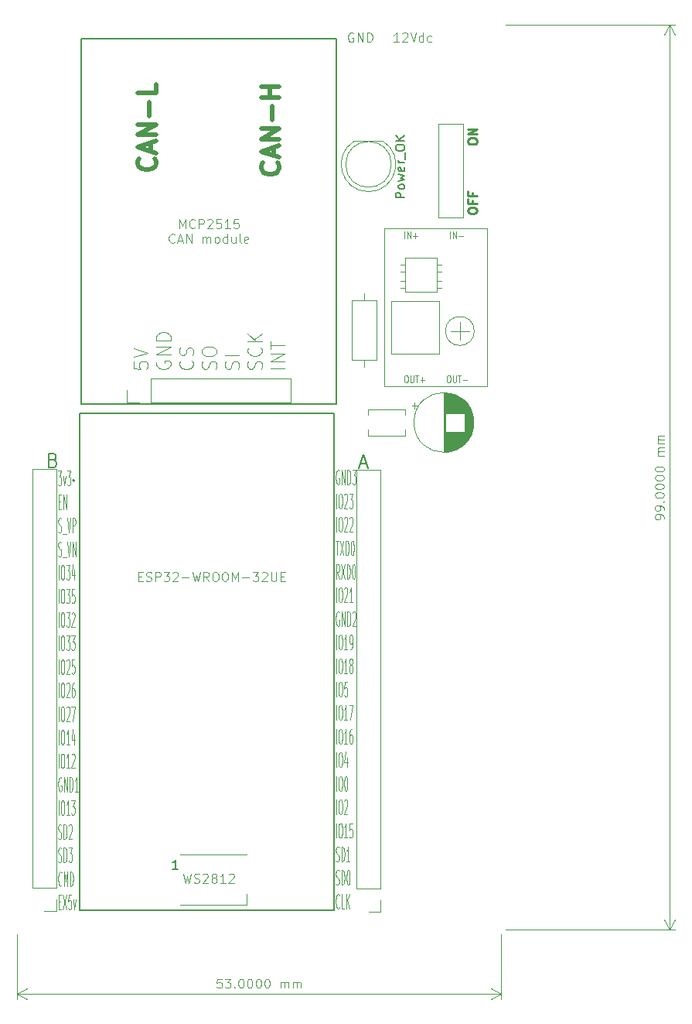
<source format=gbr>
%TF.GenerationSoftware,KiCad,Pcbnew,8.0.1*%
%TF.CreationDate,2024-04-17T14:21:35+03:00*%
%TF.ProjectId,PCB_Receiver,5043425f-5265-4636-9569-7665722e6b69,A*%
%TF.SameCoordinates,Original*%
%TF.FileFunction,Legend,Top*%
%TF.FilePolarity,Positive*%
%FSLAX46Y46*%
G04 Gerber Fmt 4.6, Leading zero omitted, Abs format (unit mm)*
G04 Created by KiCad (PCBNEW 8.0.1) date 2024-04-17 14:21:35*
%MOMM*%
%LPD*%
G01*
G04 APERTURE LIST*
%ADD10C,0.100000*%
%ADD11C,0.500000*%
%ADD12C,0.200000*%
%ADD13C,0.250000*%
%ADD14C,0.150000*%
%ADD15C,0.120000*%
%ADD16C,0.050000*%
%ADD17C,0.127000*%
G04 APERTURE END LIST*
D10*
X146772931Y-90278800D02*
X146715789Y-90202610D01*
X146715789Y-90202610D02*
X146630074Y-90202610D01*
X146630074Y-90202610D02*
X146544360Y-90278800D01*
X146544360Y-90278800D02*
X146487217Y-90431181D01*
X146487217Y-90431181D02*
X146458646Y-90583562D01*
X146458646Y-90583562D02*
X146430074Y-90888324D01*
X146430074Y-90888324D02*
X146430074Y-91116896D01*
X146430074Y-91116896D02*
X146458646Y-91421658D01*
X146458646Y-91421658D02*
X146487217Y-91574039D01*
X146487217Y-91574039D02*
X146544360Y-91726420D01*
X146544360Y-91726420D02*
X146630074Y-91802610D01*
X146630074Y-91802610D02*
X146687217Y-91802610D01*
X146687217Y-91802610D02*
X146772931Y-91726420D01*
X146772931Y-91726420D02*
X146801503Y-91650229D01*
X146801503Y-91650229D02*
X146801503Y-91116896D01*
X146801503Y-91116896D02*
X146687217Y-91116896D01*
X147058646Y-91802610D02*
X147058646Y-90202610D01*
X147058646Y-90202610D02*
X147401503Y-91802610D01*
X147401503Y-91802610D02*
X147401503Y-90202610D01*
X147687217Y-91802610D02*
X147687217Y-90202610D01*
X147687217Y-90202610D02*
X147830074Y-90202610D01*
X147830074Y-90202610D02*
X147915788Y-90278800D01*
X147915788Y-90278800D02*
X147972931Y-90431181D01*
X147972931Y-90431181D02*
X148001502Y-90583562D01*
X148001502Y-90583562D02*
X148030074Y-90888324D01*
X148030074Y-90888324D02*
X148030074Y-91116896D01*
X148030074Y-91116896D02*
X148001502Y-91421658D01*
X148001502Y-91421658D02*
X147972931Y-91574039D01*
X147972931Y-91574039D02*
X147915788Y-91726420D01*
X147915788Y-91726420D02*
X147830074Y-91802610D01*
X147830074Y-91802610D02*
X147687217Y-91802610D01*
X148230074Y-90202610D02*
X148601502Y-90202610D01*
X148601502Y-90202610D02*
X148401502Y-90812134D01*
X148401502Y-90812134D02*
X148487217Y-90812134D01*
X148487217Y-90812134D02*
X148544360Y-90888324D01*
X148544360Y-90888324D02*
X148572931Y-90964515D01*
X148572931Y-90964515D02*
X148601502Y-91116896D01*
X148601502Y-91116896D02*
X148601502Y-91497848D01*
X148601502Y-91497848D02*
X148572931Y-91650229D01*
X148572931Y-91650229D02*
X148544360Y-91726420D01*
X148544360Y-91726420D02*
X148487217Y-91802610D01*
X148487217Y-91802610D02*
X148315788Y-91802610D01*
X148315788Y-91802610D02*
X148258645Y-91726420D01*
X148258645Y-91726420D02*
X148230074Y-91650229D01*
X146458646Y-94378520D02*
X146458646Y-92778520D01*
X146858645Y-92778520D02*
X146972931Y-92778520D01*
X146972931Y-92778520D02*
X147030074Y-92854710D01*
X147030074Y-92854710D02*
X147087217Y-93007091D01*
X147087217Y-93007091D02*
X147115788Y-93311853D01*
X147115788Y-93311853D02*
X147115788Y-93845187D01*
X147115788Y-93845187D02*
X147087217Y-94149949D01*
X147087217Y-94149949D02*
X147030074Y-94302330D01*
X147030074Y-94302330D02*
X146972931Y-94378520D01*
X146972931Y-94378520D02*
X146858645Y-94378520D01*
X146858645Y-94378520D02*
X146801503Y-94302330D01*
X146801503Y-94302330D02*
X146744360Y-94149949D01*
X146744360Y-94149949D02*
X146715788Y-93845187D01*
X146715788Y-93845187D02*
X146715788Y-93311853D01*
X146715788Y-93311853D02*
X146744360Y-93007091D01*
X146744360Y-93007091D02*
X146801503Y-92854710D01*
X146801503Y-92854710D02*
X146858645Y-92778520D01*
X147344359Y-92930901D02*
X147372931Y-92854710D01*
X147372931Y-92854710D02*
X147430074Y-92778520D01*
X147430074Y-92778520D02*
X147572931Y-92778520D01*
X147572931Y-92778520D02*
X147630074Y-92854710D01*
X147630074Y-92854710D02*
X147658645Y-92930901D01*
X147658645Y-92930901D02*
X147687216Y-93083282D01*
X147687216Y-93083282D02*
X147687216Y-93235663D01*
X147687216Y-93235663D02*
X147658645Y-93464234D01*
X147658645Y-93464234D02*
X147315788Y-94378520D01*
X147315788Y-94378520D02*
X147687216Y-94378520D01*
X147887217Y-92778520D02*
X148258645Y-92778520D01*
X148258645Y-92778520D02*
X148058645Y-93388044D01*
X148058645Y-93388044D02*
X148144360Y-93388044D01*
X148144360Y-93388044D02*
X148201503Y-93464234D01*
X148201503Y-93464234D02*
X148230074Y-93540425D01*
X148230074Y-93540425D02*
X148258645Y-93692806D01*
X148258645Y-93692806D02*
X148258645Y-94073758D01*
X148258645Y-94073758D02*
X148230074Y-94226139D01*
X148230074Y-94226139D02*
X148201503Y-94302330D01*
X148201503Y-94302330D02*
X148144360Y-94378520D01*
X148144360Y-94378520D02*
X147972931Y-94378520D01*
X147972931Y-94378520D02*
X147915788Y-94302330D01*
X147915788Y-94302330D02*
X147887217Y-94226139D01*
X146458646Y-96954430D02*
X146458646Y-95354430D01*
X146858645Y-95354430D02*
X146972931Y-95354430D01*
X146972931Y-95354430D02*
X147030074Y-95430620D01*
X147030074Y-95430620D02*
X147087217Y-95583001D01*
X147087217Y-95583001D02*
X147115788Y-95887763D01*
X147115788Y-95887763D02*
X147115788Y-96421097D01*
X147115788Y-96421097D02*
X147087217Y-96725859D01*
X147087217Y-96725859D02*
X147030074Y-96878240D01*
X147030074Y-96878240D02*
X146972931Y-96954430D01*
X146972931Y-96954430D02*
X146858645Y-96954430D01*
X146858645Y-96954430D02*
X146801503Y-96878240D01*
X146801503Y-96878240D02*
X146744360Y-96725859D01*
X146744360Y-96725859D02*
X146715788Y-96421097D01*
X146715788Y-96421097D02*
X146715788Y-95887763D01*
X146715788Y-95887763D02*
X146744360Y-95583001D01*
X146744360Y-95583001D02*
X146801503Y-95430620D01*
X146801503Y-95430620D02*
X146858645Y-95354430D01*
X147344359Y-95506811D02*
X147372931Y-95430620D01*
X147372931Y-95430620D02*
X147430074Y-95354430D01*
X147430074Y-95354430D02*
X147572931Y-95354430D01*
X147572931Y-95354430D02*
X147630074Y-95430620D01*
X147630074Y-95430620D02*
X147658645Y-95506811D01*
X147658645Y-95506811D02*
X147687216Y-95659192D01*
X147687216Y-95659192D02*
X147687216Y-95811573D01*
X147687216Y-95811573D02*
X147658645Y-96040144D01*
X147658645Y-96040144D02*
X147315788Y-96954430D01*
X147315788Y-96954430D02*
X147687216Y-96954430D01*
X147915788Y-95506811D02*
X147944360Y-95430620D01*
X147944360Y-95430620D02*
X148001503Y-95354430D01*
X148001503Y-95354430D02*
X148144360Y-95354430D01*
X148144360Y-95354430D02*
X148201503Y-95430620D01*
X148201503Y-95430620D02*
X148230074Y-95506811D01*
X148230074Y-95506811D02*
X148258645Y-95659192D01*
X148258645Y-95659192D02*
X148258645Y-95811573D01*
X148258645Y-95811573D02*
X148230074Y-96040144D01*
X148230074Y-96040144D02*
X147887217Y-96954430D01*
X147887217Y-96954430D02*
X148258645Y-96954430D01*
X146372931Y-97930340D02*
X146715789Y-97930340D01*
X146544360Y-99530340D02*
X146544360Y-97930340D01*
X146858646Y-97930340D02*
X147258646Y-99530340D01*
X147258646Y-97930340D02*
X146858646Y-99530340D01*
X147487218Y-99530340D02*
X147487218Y-97930340D01*
X147487218Y-97930340D02*
X147630075Y-97930340D01*
X147630075Y-97930340D02*
X147715789Y-98006530D01*
X147715789Y-98006530D02*
X147772932Y-98158911D01*
X147772932Y-98158911D02*
X147801503Y-98311292D01*
X147801503Y-98311292D02*
X147830075Y-98616054D01*
X147830075Y-98616054D02*
X147830075Y-98844626D01*
X147830075Y-98844626D02*
X147801503Y-99149388D01*
X147801503Y-99149388D02*
X147772932Y-99301769D01*
X147772932Y-99301769D02*
X147715789Y-99454150D01*
X147715789Y-99454150D02*
X147630075Y-99530340D01*
X147630075Y-99530340D02*
X147487218Y-99530340D01*
X148201503Y-97930340D02*
X148258646Y-97930340D01*
X148258646Y-97930340D02*
X148315789Y-98006530D01*
X148315789Y-98006530D02*
X148344361Y-98082721D01*
X148344361Y-98082721D02*
X148372932Y-98235102D01*
X148372932Y-98235102D02*
X148401503Y-98539864D01*
X148401503Y-98539864D02*
X148401503Y-98920816D01*
X148401503Y-98920816D02*
X148372932Y-99225578D01*
X148372932Y-99225578D02*
X148344361Y-99377959D01*
X148344361Y-99377959D02*
X148315789Y-99454150D01*
X148315789Y-99454150D02*
X148258646Y-99530340D01*
X148258646Y-99530340D02*
X148201503Y-99530340D01*
X148201503Y-99530340D02*
X148144361Y-99454150D01*
X148144361Y-99454150D02*
X148115789Y-99377959D01*
X148115789Y-99377959D02*
X148087218Y-99225578D01*
X148087218Y-99225578D02*
X148058646Y-98920816D01*
X148058646Y-98920816D02*
X148058646Y-98539864D01*
X148058646Y-98539864D02*
X148087218Y-98235102D01*
X148087218Y-98235102D02*
X148115789Y-98082721D01*
X148115789Y-98082721D02*
X148144361Y-98006530D01*
X148144361Y-98006530D02*
X148201503Y-97930340D01*
X146801503Y-102106250D02*
X146601503Y-101344345D01*
X146458646Y-102106250D02*
X146458646Y-100506250D01*
X146458646Y-100506250D02*
X146687217Y-100506250D01*
X146687217Y-100506250D02*
X146744360Y-100582440D01*
X146744360Y-100582440D02*
X146772931Y-100658631D01*
X146772931Y-100658631D02*
X146801503Y-100811012D01*
X146801503Y-100811012D02*
X146801503Y-101039583D01*
X146801503Y-101039583D02*
X146772931Y-101191964D01*
X146772931Y-101191964D02*
X146744360Y-101268155D01*
X146744360Y-101268155D02*
X146687217Y-101344345D01*
X146687217Y-101344345D02*
X146458646Y-101344345D01*
X147001503Y-100506250D02*
X147401503Y-102106250D01*
X147401503Y-100506250D02*
X147001503Y-102106250D01*
X147630075Y-102106250D02*
X147630075Y-100506250D01*
X147630075Y-100506250D02*
X147772932Y-100506250D01*
X147772932Y-100506250D02*
X147858646Y-100582440D01*
X147858646Y-100582440D02*
X147915789Y-100734821D01*
X147915789Y-100734821D02*
X147944360Y-100887202D01*
X147944360Y-100887202D02*
X147972932Y-101191964D01*
X147972932Y-101191964D02*
X147972932Y-101420536D01*
X147972932Y-101420536D02*
X147944360Y-101725298D01*
X147944360Y-101725298D02*
X147915789Y-101877679D01*
X147915789Y-101877679D02*
X147858646Y-102030060D01*
X147858646Y-102030060D02*
X147772932Y-102106250D01*
X147772932Y-102106250D02*
X147630075Y-102106250D01*
X148344360Y-100506250D02*
X148401503Y-100506250D01*
X148401503Y-100506250D02*
X148458646Y-100582440D01*
X148458646Y-100582440D02*
X148487218Y-100658631D01*
X148487218Y-100658631D02*
X148515789Y-100811012D01*
X148515789Y-100811012D02*
X148544360Y-101115774D01*
X148544360Y-101115774D02*
X148544360Y-101496726D01*
X148544360Y-101496726D02*
X148515789Y-101801488D01*
X148515789Y-101801488D02*
X148487218Y-101953869D01*
X148487218Y-101953869D02*
X148458646Y-102030060D01*
X148458646Y-102030060D02*
X148401503Y-102106250D01*
X148401503Y-102106250D02*
X148344360Y-102106250D01*
X148344360Y-102106250D02*
X148287218Y-102030060D01*
X148287218Y-102030060D02*
X148258646Y-101953869D01*
X148258646Y-101953869D02*
X148230075Y-101801488D01*
X148230075Y-101801488D02*
X148201503Y-101496726D01*
X148201503Y-101496726D02*
X148201503Y-101115774D01*
X148201503Y-101115774D02*
X148230075Y-100811012D01*
X148230075Y-100811012D02*
X148258646Y-100658631D01*
X148258646Y-100658631D02*
X148287218Y-100582440D01*
X148287218Y-100582440D02*
X148344360Y-100506250D01*
X146458646Y-104682160D02*
X146458646Y-103082160D01*
X146858645Y-103082160D02*
X146972931Y-103082160D01*
X146972931Y-103082160D02*
X147030074Y-103158350D01*
X147030074Y-103158350D02*
X147087217Y-103310731D01*
X147087217Y-103310731D02*
X147115788Y-103615493D01*
X147115788Y-103615493D02*
X147115788Y-104148827D01*
X147115788Y-104148827D02*
X147087217Y-104453589D01*
X147087217Y-104453589D02*
X147030074Y-104605970D01*
X147030074Y-104605970D02*
X146972931Y-104682160D01*
X146972931Y-104682160D02*
X146858645Y-104682160D01*
X146858645Y-104682160D02*
X146801503Y-104605970D01*
X146801503Y-104605970D02*
X146744360Y-104453589D01*
X146744360Y-104453589D02*
X146715788Y-104148827D01*
X146715788Y-104148827D02*
X146715788Y-103615493D01*
X146715788Y-103615493D02*
X146744360Y-103310731D01*
X146744360Y-103310731D02*
X146801503Y-103158350D01*
X146801503Y-103158350D02*
X146858645Y-103082160D01*
X147344359Y-103234541D02*
X147372931Y-103158350D01*
X147372931Y-103158350D02*
X147430074Y-103082160D01*
X147430074Y-103082160D02*
X147572931Y-103082160D01*
X147572931Y-103082160D02*
X147630074Y-103158350D01*
X147630074Y-103158350D02*
X147658645Y-103234541D01*
X147658645Y-103234541D02*
X147687216Y-103386922D01*
X147687216Y-103386922D02*
X147687216Y-103539303D01*
X147687216Y-103539303D02*
X147658645Y-103767874D01*
X147658645Y-103767874D02*
X147315788Y-104682160D01*
X147315788Y-104682160D02*
X147687216Y-104682160D01*
X148258645Y-104682160D02*
X147915788Y-104682160D01*
X148087217Y-104682160D02*
X148087217Y-103082160D01*
X148087217Y-103082160D02*
X148030074Y-103310731D01*
X148030074Y-103310731D02*
X147972931Y-103463112D01*
X147972931Y-103463112D02*
X147915788Y-103539303D01*
X146772931Y-105734260D02*
X146715789Y-105658070D01*
X146715789Y-105658070D02*
X146630074Y-105658070D01*
X146630074Y-105658070D02*
X146544360Y-105734260D01*
X146544360Y-105734260D02*
X146487217Y-105886641D01*
X146487217Y-105886641D02*
X146458646Y-106039022D01*
X146458646Y-106039022D02*
X146430074Y-106343784D01*
X146430074Y-106343784D02*
X146430074Y-106572356D01*
X146430074Y-106572356D02*
X146458646Y-106877118D01*
X146458646Y-106877118D02*
X146487217Y-107029499D01*
X146487217Y-107029499D02*
X146544360Y-107181880D01*
X146544360Y-107181880D02*
X146630074Y-107258070D01*
X146630074Y-107258070D02*
X146687217Y-107258070D01*
X146687217Y-107258070D02*
X146772931Y-107181880D01*
X146772931Y-107181880D02*
X146801503Y-107105689D01*
X146801503Y-107105689D02*
X146801503Y-106572356D01*
X146801503Y-106572356D02*
X146687217Y-106572356D01*
X147058646Y-107258070D02*
X147058646Y-105658070D01*
X147058646Y-105658070D02*
X147401503Y-107258070D01*
X147401503Y-107258070D02*
X147401503Y-105658070D01*
X147687217Y-107258070D02*
X147687217Y-105658070D01*
X147687217Y-105658070D02*
X147830074Y-105658070D01*
X147830074Y-105658070D02*
X147915788Y-105734260D01*
X147915788Y-105734260D02*
X147972931Y-105886641D01*
X147972931Y-105886641D02*
X148001502Y-106039022D01*
X148001502Y-106039022D02*
X148030074Y-106343784D01*
X148030074Y-106343784D02*
X148030074Y-106572356D01*
X148030074Y-106572356D02*
X148001502Y-106877118D01*
X148001502Y-106877118D02*
X147972931Y-107029499D01*
X147972931Y-107029499D02*
X147915788Y-107181880D01*
X147915788Y-107181880D02*
X147830074Y-107258070D01*
X147830074Y-107258070D02*
X147687217Y-107258070D01*
X148258645Y-105810451D02*
X148287217Y-105734260D01*
X148287217Y-105734260D02*
X148344360Y-105658070D01*
X148344360Y-105658070D02*
X148487217Y-105658070D01*
X148487217Y-105658070D02*
X148544360Y-105734260D01*
X148544360Y-105734260D02*
X148572931Y-105810451D01*
X148572931Y-105810451D02*
X148601502Y-105962832D01*
X148601502Y-105962832D02*
X148601502Y-106115213D01*
X148601502Y-106115213D02*
X148572931Y-106343784D01*
X148572931Y-106343784D02*
X148230074Y-107258070D01*
X148230074Y-107258070D02*
X148601502Y-107258070D01*
X146458646Y-109833980D02*
X146458646Y-108233980D01*
X146858645Y-108233980D02*
X146972931Y-108233980D01*
X146972931Y-108233980D02*
X147030074Y-108310170D01*
X147030074Y-108310170D02*
X147087217Y-108462551D01*
X147087217Y-108462551D02*
X147115788Y-108767313D01*
X147115788Y-108767313D02*
X147115788Y-109300647D01*
X147115788Y-109300647D02*
X147087217Y-109605409D01*
X147087217Y-109605409D02*
X147030074Y-109757790D01*
X147030074Y-109757790D02*
X146972931Y-109833980D01*
X146972931Y-109833980D02*
X146858645Y-109833980D01*
X146858645Y-109833980D02*
X146801503Y-109757790D01*
X146801503Y-109757790D02*
X146744360Y-109605409D01*
X146744360Y-109605409D02*
X146715788Y-109300647D01*
X146715788Y-109300647D02*
X146715788Y-108767313D01*
X146715788Y-108767313D02*
X146744360Y-108462551D01*
X146744360Y-108462551D02*
X146801503Y-108310170D01*
X146801503Y-108310170D02*
X146858645Y-108233980D01*
X147687216Y-109833980D02*
X147344359Y-109833980D01*
X147515788Y-109833980D02*
X147515788Y-108233980D01*
X147515788Y-108233980D02*
X147458645Y-108462551D01*
X147458645Y-108462551D02*
X147401502Y-108614932D01*
X147401502Y-108614932D02*
X147344359Y-108691123D01*
X147972931Y-109833980D02*
X148087217Y-109833980D01*
X148087217Y-109833980D02*
X148144360Y-109757790D01*
X148144360Y-109757790D02*
X148172931Y-109681599D01*
X148172931Y-109681599D02*
X148230074Y-109453028D01*
X148230074Y-109453028D02*
X148258645Y-109148266D01*
X148258645Y-109148266D02*
X148258645Y-108538742D01*
X148258645Y-108538742D02*
X148230074Y-108386361D01*
X148230074Y-108386361D02*
X148201503Y-108310170D01*
X148201503Y-108310170D02*
X148144360Y-108233980D01*
X148144360Y-108233980D02*
X148030074Y-108233980D01*
X148030074Y-108233980D02*
X147972931Y-108310170D01*
X147972931Y-108310170D02*
X147944360Y-108386361D01*
X147944360Y-108386361D02*
X147915788Y-108538742D01*
X147915788Y-108538742D02*
X147915788Y-108919694D01*
X147915788Y-108919694D02*
X147944360Y-109072075D01*
X147944360Y-109072075D02*
X147972931Y-109148266D01*
X147972931Y-109148266D02*
X148030074Y-109224456D01*
X148030074Y-109224456D02*
X148144360Y-109224456D01*
X148144360Y-109224456D02*
X148201503Y-109148266D01*
X148201503Y-109148266D02*
X148230074Y-109072075D01*
X148230074Y-109072075D02*
X148258645Y-108919694D01*
X146458646Y-112409890D02*
X146458646Y-110809890D01*
X146858645Y-110809890D02*
X146972931Y-110809890D01*
X146972931Y-110809890D02*
X147030074Y-110886080D01*
X147030074Y-110886080D02*
X147087217Y-111038461D01*
X147087217Y-111038461D02*
X147115788Y-111343223D01*
X147115788Y-111343223D02*
X147115788Y-111876557D01*
X147115788Y-111876557D02*
X147087217Y-112181319D01*
X147087217Y-112181319D02*
X147030074Y-112333700D01*
X147030074Y-112333700D02*
X146972931Y-112409890D01*
X146972931Y-112409890D02*
X146858645Y-112409890D01*
X146858645Y-112409890D02*
X146801503Y-112333700D01*
X146801503Y-112333700D02*
X146744360Y-112181319D01*
X146744360Y-112181319D02*
X146715788Y-111876557D01*
X146715788Y-111876557D02*
X146715788Y-111343223D01*
X146715788Y-111343223D02*
X146744360Y-111038461D01*
X146744360Y-111038461D02*
X146801503Y-110886080D01*
X146801503Y-110886080D02*
X146858645Y-110809890D01*
X147687216Y-112409890D02*
X147344359Y-112409890D01*
X147515788Y-112409890D02*
X147515788Y-110809890D01*
X147515788Y-110809890D02*
X147458645Y-111038461D01*
X147458645Y-111038461D02*
X147401502Y-111190842D01*
X147401502Y-111190842D02*
X147344359Y-111267033D01*
X148030074Y-111495604D02*
X147972931Y-111419414D01*
X147972931Y-111419414D02*
X147944360Y-111343223D01*
X147944360Y-111343223D02*
X147915788Y-111190842D01*
X147915788Y-111190842D02*
X147915788Y-111114652D01*
X147915788Y-111114652D02*
X147944360Y-110962271D01*
X147944360Y-110962271D02*
X147972931Y-110886080D01*
X147972931Y-110886080D02*
X148030074Y-110809890D01*
X148030074Y-110809890D02*
X148144360Y-110809890D01*
X148144360Y-110809890D02*
X148201503Y-110886080D01*
X148201503Y-110886080D02*
X148230074Y-110962271D01*
X148230074Y-110962271D02*
X148258645Y-111114652D01*
X148258645Y-111114652D02*
X148258645Y-111190842D01*
X148258645Y-111190842D02*
X148230074Y-111343223D01*
X148230074Y-111343223D02*
X148201503Y-111419414D01*
X148201503Y-111419414D02*
X148144360Y-111495604D01*
X148144360Y-111495604D02*
X148030074Y-111495604D01*
X148030074Y-111495604D02*
X147972931Y-111571795D01*
X147972931Y-111571795D02*
X147944360Y-111647985D01*
X147944360Y-111647985D02*
X147915788Y-111800366D01*
X147915788Y-111800366D02*
X147915788Y-112105128D01*
X147915788Y-112105128D02*
X147944360Y-112257509D01*
X147944360Y-112257509D02*
X147972931Y-112333700D01*
X147972931Y-112333700D02*
X148030074Y-112409890D01*
X148030074Y-112409890D02*
X148144360Y-112409890D01*
X148144360Y-112409890D02*
X148201503Y-112333700D01*
X148201503Y-112333700D02*
X148230074Y-112257509D01*
X148230074Y-112257509D02*
X148258645Y-112105128D01*
X148258645Y-112105128D02*
X148258645Y-111800366D01*
X148258645Y-111800366D02*
X148230074Y-111647985D01*
X148230074Y-111647985D02*
X148201503Y-111571795D01*
X148201503Y-111571795D02*
X148144360Y-111495604D01*
X146458646Y-114985800D02*
X146458646Y-113385800D01*
X146858645Y-113385800D02*
X146972931Y-113385800D01*
X146972931Y-113385800D02*
X147030074Y-113461990D01*
X147030074Y-113461990D02*
X147087217Y-113614371D01*
X147087217Y-113614371D02*
X147115788Y-113919133D01*
X147115788Y-113919133D02*
X147115788Y-114452467D01*
X147115788Y-114452467D02*
X147087217Y-114757229D01*
X147087217Y-114757229D02*
X147030074Y-114909610D01*
X147030074Y-114909610D02*
X146972931Y-114985800D01*
X146972931Y-114985800D02*
X146858645Y-114985800D01*
X146858645Y-114985800D02*
X146801503Y-114909610D01*
X146801503Y-114909610D02*
X146744360Y-114757229D01*
X146744360Y-114757229D02*
X146715788Y-114452467D01*
X146715788Y-114452467D02*
X146715788Y-113919133D01*
X146715788Y-113919133D02*
X146744360Y-113614371D01*
X146744360Y-113614371D02*
X146801503Y-113461990D01*
X146801503Y-113461990D02*
X146858645Y-113385800D01*
X147658645Y-113385800D02*
X147372931Y-113385800D01*
X147372931Y-113385800D02*
X147344359Y-114147705D01*
X147344359Y-114147705D02*
X147372931Y-114071514D01*
X147372931Y-114071514D02*
X147430074Y-113995324D01*
X147430074Y-113995324D02*
X147572931Y-113995324D01*
X147572931Y-113995324D02*
X147630074Y-114071514D01*
X147630074Y-114071514D02*
X147658645Y-114147705D01*
X147658645Y-114147705D02*
X147687216Y-114300086D01*
X147687216Y-114300086D02*
X147687216Y-114681038D01*
X147687216Y-114681038D02*
X147658645Y-114833419D01*
X147658645Y-114833419D02*
X147630074Y-114909610D01*
X147630074Y-114909610D02*
X147572931Y-114985800D01*
X147572931Y-114985800D02*
X147430074Y-114985800D01*
X147430074Y-114985800D02*
X147372931Y-114909610D01*
X147372931Y-114909610D02*
X147344359Y-114833419D01*
X146458646Y-117561710D02*
X146458646Y-115961710D01*
X146858645Y-115961710D02*
X146972931Y-115961710D01*
X146972931Y-115961710D02*
X147030074Y-116037900D01*
X147030074Y-116037900D02*
X147087217Y-116190281D01*
X147087217Y-116190281D02*
X147115788Y-116495043D01*
X147115788Y-116495043D02*
X147115788Y-117028377D01*
X147115788Y-117028377D02*
X147087217Y-117333139D01*
X147087217Y-117333139D02*
X147030074Y-117485520D01*
X147030074Y-117485520D02*
X146972931Y-117561710D01*
X146972931Y-117561710D02*
X146858645Y-117561710D01*
X146858645Y-117561710D02*
X146801503Y-117485520D01*
X146801503Y-117485520D02*
X146744360Y-117333139D01*
X146744360Y-117333139D02*
X146715788Y-117028377D01*
X146715788Y-117028377D02*
X146715788Y-116495043D01*
X146715788Y-116495043D02*
X146744360Y-116190281D01*
X146744360Y-116190281D02*
X146801503Y-116037900D01*
X146801503Y-116037900D02*
X146858645Y-115961710D01*
X147687216Y-117561710D02*
X147344359Y-117561710D01*
X147515788Y-117561710D02*
X147515788Y-115961710D01*
X147515788Y-115961710D02*
X147458645Y-116190281D01*
X147458645Y-116190281D02*
X147401502Y-116342662D01*
X147401502Y-116342662D02*
X147344359Y-116418853D01*
X147887217Y-115961710D02*
X148287217Y-115961710D01*
X148287217Y-115961710D02*
X148030074Y-117561710D01*
X146458646Y-120137620D02*
X146458646Y-118537620D01*
X146858645Y-118537620D02*
X146972931Y-118537620D01*
X146972931Y-118537620D02*
X147030074Y-118613810D01*
X147030074Y-118613810D02*
X147087217Y-118766191D01*
X147087217Y-118766191D02*
X147115788Y-119070953D01*
X147115788Y-119070953D02*
X147115788Y-119604287D01*
X147115788Y-119604287D02*
X147087217Y-119909049D01*
X147087217Y-119909049D02*
X147030074Y-120061430D01*
X147030074Y-120061430D02*
X146972931Y-120137620D01*
X146972931Y-120137620D02*
X146858645Y-120137620D01*
X146858645Y-120137620D02*
X146801503Y-120061430D01*
X146801503Y-120061430D02*
X146744360Y-119909049D01*
X146744360Y-119909049D02*
X146715788Y-119604287D01*
X146715788Y-119604287D02*
X146715788Y-119070953D01*
X146715788Y-119070953D02*
X146744360Y-118766191D01*
X146744360Y-118766191D02*
X146801503Y-118613810D01*
X146801503Y-118613810D02*
X146858645Y-118537620D01*
X147687216Y-120137620D02*
X147344359Y-120137620D01*
X147515788Y-120137620D02*
X147515788Y-118537620D01*
X147515788Y-118537620D02*
X147458645Y-118766191D01*
X147458645Y-118766191D02*
X147401502Y-118918572D01*
X147401502Y-118918572D02*
X147344359Y-118994763D01*
X148201503Y-118537620D02*
X148087217Y-118537620D01*
X148087217Y-118537620D02*
X148030074Y-118613810D01*
X148030074Y-118613810D02*
X148001503Y-118690001D01*
X148001503Y-118690001D02*
X147944360Y-118918572D01*
X147944360Y-118918572D02*
X147915788Y-119223334D01*
X147915788Y-119223334D02*
X147915788Y-119832858D01*
X147915788Y-119832858D02*
X147944360Y-119985239D01*
X147944360Y-119985239D02*
X147972931Y-120061430D01*
X147972931Y-120061430D02*
X148030074Y-120137620D01*
X148030074Y-120137620D02*
X148144360Y-120137620D01*
X148144360Y-120137620D02*
X148201503Y-120061430D01*
X148201503Y-120061430D02*
X148230074Y-119985239D01*
X148230074Y-119985239D02*
X148258645Y-119832858D01*
X148258645Y-119832858D02*
X148258645Y-119451906D01*
X148258645Y-119451906D02*
X148230074Y-119299525D01*
X148230074Y-119299525D02*
X148201503Y-119223334D01*
X148201503Y-119223334D02*
X148144360Y-119147144D01*
X148144360Y-119147144D02*
X148030074Y-119147144D01*
X148030074Y-119147144D02*
X147972931Y-119223334D01*
X147972931Y-119223334D02*
X147944360Y-119299525D01*
X147944360Y-119299525D02*
X147915788Y-119451906D01*
X146458646Y-122713530D02*
X146458646Y-121113530D01*
X146858645Y-121113530D02*
X146972931Y-121113530D01*
X146972931Y-121113530D02*
X147030074Y-121189720D01*
X147030074Y-121189720D02*
X147087217Y-121342101D01*
X147087217Y-121342101D02*
X147115788Y-121646863D01*
X147115788Y-121646863D02*
X147115788Y-122180197D01*
X147115788Y-122180197D02*
X147087217Y-122484959D01*
X147087217Y-122484959D02*
X147030074Y-122637340D01*
X147030074Y-122637340D02*
X146972931Y-122713530D01*
X146972931Y-122713530D02*
X146858645Y-122713530D01*
X146858645Y-122713530D02*
X146801503Y-122637340D01*
X146801503Y-122637340D02*
X146744360Y-122484959D01*
X146744360Y-122484959D02*
X146715788Y-122180197D01*
X146715788Y-122180197D02*
X146715788Y-121646863D01*
X146715788Y-121646863D02*
X146744360Y-121342101D01*
X146744360Y-121342101D02*
X146801503Y-121189720D01*
X146801503Y-121189720D02*
X146858645Y-121113530D01*
X147630074Y-121646863D02*
X147630074Y-122713530D01*
X147487216Y-121037340D02*
X147344359Y-122180197D01*
X147344359Y-122180197D02*
X147715788Y-122180197D01*
X146458646Y-125289440D02*
X146458646Y-123689440D01*
X146858645Y-123689440D02*
X146972931Y-123689440D01*
X146972931Y-123689440D02*
X147030074Y-123765630D01*
X147030074Y-123765630D02*
X147087217Y-123918011D01*
X147087217Y-123918011D02*
X147115788Y-124222773D01*
X147115788Y-124222773D02*
X147115788Y-124756107D01*
X147115788Y-124756107D02*
X147087217Y-125060869D01*
X147087217Y-125060869D02*
X147030074Y-125213250D01*
X147030074Y-125213250D02*
X146972931Y-125289440D01*
X146972931Y-125289440D02*
X146858645Y-125289440D01*
X146858645Y-125289440D02*
X146801503Y-125213250D01*
X146801503Y-125213250D02*
X146744360Y-125060869D01*
X146744360Y-125060869D02*
X146715788Y-124756107D01*
X146715788Y-124756107D02*
X146715788Y-124222773D01*
X146715788Y-124222773D02*
X146744360Y-123918011D01*
X146744360Y-123918011D02*
X146801503Y-123765630D01*
X146801503Y-123765630D02*
X146858645Y-123689440D01*
X147487216Y-123689440D02*
X147544359Y-123689440D01*
X147544359Y-123689440D02*
X147601502Y-123765630D01*
X147601502Y-123765630D02*
X147630074Y-123841821D01*
X147630074Y-123841821D02*
X147658645Y-123994202D01*
X147658645Y-123994202D02*
X147687216Y-124298964D01*
X147687216Y-124298964D02*
X147687216Y-124679916D01*
X147687216Y-124679916D02*
X147658645Y-124984678D01*
X147658645Y-124984678D02*
X147630074Y-125137059D01*
X147630074Y-125137059D02*
X147601502Y-125213250D01*
X147601502Y-125213250D02*
X147544359Y-125289440D01*
X147544359Y-125289440D02*
X147487216Y-125289440D01*
X147487216Y-125289440D02*
X147430074Y-125213250D01*
X147430074Y-125213250D02*
X147401502Y-125137059D01*
X147401502Y-125137059D02*
X147372931Y-124984678D01*
X147372931Y-124984678D02*
X147344359Y-124679916D01*
X147344359Y-124679916D02*
X147344359Y-124298964D01*
X147344359Y-124298964D02*
X147372931Y-123994202D01*
X147372931Y-123994202D02*
X147401502Y-123841821D01*
X147401502Y-123841821D02*
X147430074Y-123765630D01*
X147430074Y-123765630D02*
X147487216Y-123689440D01*
X146458646Y-127865350D02*
X146458646Y-126265350D01*
X146858645Y-126265350D02*
X146972931Y-126265350D01*
X146972931Y-126265350D02*
X147030074Y-126341540D01*
X147030074Y-126341540D02*
X147087217Y-126493921D01*
X147087217Y-126493921D02*
X147115788Y-126798683D01*
X147115788Y-126798683D02*
X147115788Y-127332017D01*
X147115788Y-127332017D02*
X147087217Y-127636779D01*
X147087217Y-127636779D02*
X147030074Y-127789160D01*
X147030074Y-127789160D02*
X146972931Y-127865350D01*
X146972931Y-127865350D02*
X146858645Y-127865350D01*
X146858645Y-127865350D02*
X146801503Y-127789160D01*
X146801503Y-127789160D02*
X146744360Y-127636779D01*
X146744360Y-127636779D02*
X146715788Y-127332017D01*
X146715788Y-127332017D02*
X146715788Y-126798683D01*
X146715788Y-126798683D02*
X146744360Y-126493921D01*
X146744360Y-126493921D02*
X146801503Y-126341540D01*
X146801503Y-126341540D02*
X146858645Y-126265350D01*
X147344359Y-126417731D02*
X147372931Y-126341540D01*
X147372931Y-126341540D02*
X147430074Y-126265350D01*
X147430074Y-126265350D02*
X147572931Y-126265350D01*
X147572931Y-126265350D02*
X147630074Y-126341540D01*
X147630074Y-126341540D02*
X147658645Y-126417731D01*
X147658645Y-126417731D02*
X147687216Y-126570112D01*
X147687216Y-126570112D02*
X147687216Y-126722493D01*
X147687216Y-126722493D02*
X147658645Y-126951064D01*
X147658645Y-126951064D02*
X147315788Y-127865350D01*
X147315788Y-127865350D02*
X147687216Y-127865350D01*
X146458646Y-130441260D02*
X146458646Y-128841260D01*
X146858645Y-128841260D02*
X146972931Y-128841260D01*
X146972931Y-128841260D02*
X147030074Y-128917450D01*
X147030074Y-128917450D02*
X147087217Y-129069831D01*
X147087217Y-129069831D02*
X147115788Y-129374593D01*
X147115788Y-129374593D02*
X147115788Y-129907927D01*
X147115788Y-129907927D02*
X147087217Y-130212689D01*
X147087217Y-130212689D02*
X147030074Y-130365070D01*
X147030074Y-130365070D02*
X146972931Y-130441260D01*
X146972931Y-130441260D02*
X146858645Y-130441260D01*
X146858645Y-130441260D02*
X146801503Y-130365070D01*
X146801503Y-130365070D02*
X146744360Y-130212689D01*
X146744360Y-130212689D02*
X146715788Y-129907927D01*
X146715788Y-129907927D02*
X146715788Y-129374593D01*
X146715788Y-129374593D02*
X146744360Y-129069831D01*
X146744360Y-129069831D02*
X146801503Y-128917450D01*
X146801503Y-128917450D02*
X146858645Y-128841260D01*
X147687216Y-130441260D02*
X147344359Y-130441260D01*
X147515788Y-130441260D02*
X147515788Y-128841260D01*
X147515788Y-128841260D02*
X147458645Y-129069831D01*
X147458645Y-129069831D02*
X147401502Y-129222212D01*
X147401502Y-129222212D02*
X147344359Y-129298403D01*
X148230074Y-128841260D02*
X147944360Y-128841260D01*
X147944360Y-128841260D02*
X147915788Y-129603165D01*
X147915788Y-129603165D02*
X147944360Y-129526974D01*
X147944360Y-129526974D02*
X148001503Y-129450784D01*
X148001503Y-129450784D02*
X148144360Y-129450784D01*
X148144360Y-129450784D02*
X148201503Y-129526974D01*
X148201503Y-129526974D02*
X148230074Y-129603165D01*
X148230074Y-129603165D02*
X148258645Y-129755546D01*
X148258645Y-129755546D02*
X148258645Y-130136498D01*
X148258645Y-130136498D02*
X148230074Y-130288879D01*
X148230074Y-130288879D02*
X148201503Y-130365070D01*
X148201503Y-130365070D02*
X148144360Y-130441260D01*
X148144360Y-130441260D02*
X148001503Y-130441260D01*
X148001503Y-130441260D02*
X147944360Y-130365070D01*
X147944360Y-130365070D02*
X147915788Y-130288879D01*
X146430074Y-132940980D02*
X146515789Y-133017170D01*
X146515789Y-133017170D02*
X146658646Y-133017170D01*
X146658646Y-133017170D02*
X146715789Y-132940980D01*
X146715789Y-132940980D02*
X146744360Y-132864789D01*
X146744360Y-132864789D02*
X146772931Y-132712408D01*
X146772931Y-132712408D02*
X146772931Y-132560027D01*
X146772931Y-132560027D02*
X146744360Y-132407646D01*
X146744360Y-132407646D02*
X146715789Y-132331456D01*
X146715789Y-132331456D02*
X146658646Y-132255265D01*
X146658646Y-132255265D02*
X146544360Y-132179075D01*
X146544360Y-132179075D02*
X146487217Y-132102884D01*
X146487217Y-132102884D02*
X146458646Y-132026694D01*
X146458646Y-132026694D02*
X146430074Y-131874313D01*
X146430074Y-131874313D02*
X146430074Y-131721932D01*
X146430074Y-131721932D02*
X146458646Y-131569551D01*
X146458646Y-131569551D02*
X146487217Y-131493360D01*
X146487217Y-131493360D02*
X146544360Y-131417170D01*
X146544360Y-131417170D02*
X146687217Y-131417170D01*
X146687217Y-131417170D02*
X146772931Y-131493360D01*
X147030075Y-133017170D02*
X147030075Y-131417170D01*
X147030075Y-131417170D02*
X147172932Y-131417170D01*
X147172932Y-131417170D02*
X147258646Y-131493360D01*
X147258646Y-131493360D02*
X147315789Y-131645741D01*
X147315789Y-131645741D02*
X147344360Y-131798122D01*
X147344360Y-131798122D02*
X147372932Y-132102884D01*
X147372932Y-132102884D02*
X147372932Y-132331456D01*
X147372932Y-132331456D02*
X147344360Y-132636218D01*
X147344360Y-132636218D02*
X147315789Y-132788599D01*
X147315789Y-132788599D02*
X147258646Y-132940980D01*
X147258646Y-132940980D02*
X147172932Y-133017170D01*
X147172932Y-133017170D02*
X147030075Y-133017170D01*
X147944360Y-133017170D02*
X147601503Y-133017170D01*
X147772932Y-133017170D02*
X147772932Y-131417170D01*
X147772932Y-131417170D02*
X147715789Y-131645741D01*
X147715789Y-131645741D02*
X147658646Y-131798122D01*
X147658646Y-131798122D02*
X147601503Y-131874313D01*
X146430074Y-135516890D02*
X146515789Y-135593080D01*
X146515789Y-135593080D02*
X146658646Y-135593080D01*
X146658646Y-135593080D02*
X146715789Y-135516890D01*
X146715789Y-135516890D02*
X146744360Y-135440699D01*
X146744360Y-135440699D02*
X146772931Y-135288318D01*
X146772931Y-135288318D02*
X146772931Y-135135937D01*
X146772931Y-135135937D02*
X146744360Y-134983556D01*
X146744360Y-134983556D02*
X146715789Y-134907366D01*
X146715789Y-134907366D02*
X146658646Y-134831175D01*
X146658646Y-134831175D02*
X146544360Y-134754985D01*
X146544360Y-134754985D02*
X146487217Y-134678794D01*
X146487217Y-134678794D02*
X146458646Y-134602604D01*
X146458646Y-134602604D02*
X146430074Y-134450223D01*
X146430074Y-134450223D02*
X146430074Y-134297842D01*
X146430074Y-134297842D02*
X146458646Y-134145461D01*
X146458646Y-134145461D02*
X146487217Y-134069270D01*
X146487217Y-134069270D02*
X146544360Y-133993080D01*
X146544360Y-133993080D02*
X146687217Y-133993080D01*
X146687217Y-133993080D02*
X146772931Y-134069270D01*
X147030075Y-135593080D02*
X147030075Y-133993080D01*
X147030075Y-133993080D02*
X147172932Y-133993080D01*
X147172932Y-133993080D02*
X147258646Y-134069270D01*
X147258646Y-134069270D02*
X147315789Y-134221651D01*
X147315789Y-134221651D02*
X147344360Y-134374032D01*
X147344360Y-134374032D02*
X147372932Y-134678794D01*
X147372932Y-134678794D02*
X147372932Y-134907366D01*
X147372932Y-134907366D02*
X147344360Y-135212128D01*
X147344360Y-135212128D02*
X147315789Y-135364509D01*
X147315789Y-135364509D02*
X147258646Y-135516890D01*
X147258646Y-135516890D02*
X147172932Y-135593080D01*
X147172932Y-135593080D02*
X147030075Y-135593080D01*
X147744360Y-133993080D02*
X147801503Y-133993080D01*
X147801503Y-133993080D02*
X147858646Y-134069270D01*
X147858646Y-134069270D02*
X147887218Y-134145461D01*
X147887218Y-134145461D02*
X147915789Y-134297842D01*
X147915789Y-134297842D02*
X147944360Y-134602604D01*
X147944360Y-134602604D02*
X147944360Y-134983556D01*
X147944360Y-134983556D02*
X147915789Y-135288318D01*
X147915789Y-135288318D02*
X147887218Y-135440699D01*
X147887218Y-135440699D02*
X147858646Y-135516890D01*
X147858646Y-135516890D02*
X147801503Y-135593080D01*
X147801503Y-135593080D02*
X147744360Y-135593080D01*
X147744360Y-135593080D02*
X147687218Y-135516890D01*
X147687218Y-135516890D02*
X147658646Y-135440699D01*
X147658646Y-135440699D02*
X147630075Y-135288318D01*
X147630075Y-135288318D02*
X147601503Y-134983556D01*
X147601503Y-134983556D02*
X147601503Y-134602604D01*
X147601503Y-134602604D02*
X147630075Y-134297842D01*
X147630075Y-134297842D02*
X147658646Y-134145461D01*
X147658646Y-134145461D02*
X147687218Y-134069270D01*
X147687218Y-134069270D02*
X147744360Y-133993080D01*
X146801503Y-138016609D02*
X146772931Y-138092800D01*
X146772931Y-138092800D02*
X146687217Y-138168990D01*
X146687217Y-138168990D02*
X146630074Y-138168990D01*
X146630074Y-138168990D02*
X146544360Y-138092800D01*
X146544360Y-138092800D02*
X146487217Y-137940419D01*
X146487217Y-137940419D02*
X146458646Y-137788038D01*
X146458646Y-137788038D02*
X146430074Y-137483276D01*
X146430074Y-137483276D02*
X146430074Y-137254704D01*
X146430074Y-137254704D02*
X146458646Y-136949942D01*
X146458646Y-136949942D02*
X146487217Y-136797561D01*
X146487217Y-136797561D02*
X146544360Y-136645180D01*
X146544360Y-136645180D02*
X146630074Y-136568990D01*
X146630074Y-136568990D02*
X146687217Y-136568990D01*
X146687217Y-136568990D02*
X146772931Y-136645180D01*
X146772931Y-136645180D02*
X146801503Y-136721371D01*
X147344360Y-138168990D02*
X147058646Y-138168990D01*
X147058646Y-138168990D02*
X147058646Y-136568990D01*
X147544360Y-138168990D02*
X147544360Y-136568990D01*
X147887217Y-138168990D02*
X147630074Y-137254704D01*
X147887217Y-136568990D02*
X147544360Y-137483276D01*
X115981503Y-90302610D02*
X116352931Y-90302610D01*
X116352931Y-90302610D02*
X116152931Y-90912134D01*
X116152931Y-90912134D02*
X116238646Y-90912134D01*
X116238646Y-90912134D02*
X116295789Y-90988324D01*
X116295789Y-90988324D02*
X116324360Y-91064515D01*
X116324360Y-91064515D02*
X116352931Y-91216896D01*
X116352931Y-91216896D02*
X116352931Y-91597848D01*
X116352931Y-91597848D02*
X116324360Y-91750229D01*
X116324360Y-91750229D02*
X116295789Y-91826420D01*
X116295789Y-91826420D02*
X116238646Y-91902610D01*
X116238646Y-91902610D02*
X116067217Y-91902610D01*
X116067217Y-91902610D02*
X116010074Y-91826420D01*
X116010074Y-91826420D02*
X115981503Y-91750229D01*
X116552932Y-90835943D02*
X116695789Y-91902610D01*
X116695789Y-91902610D02*
X116838646Y-90835943D01*
X117010075Y-90302610D02*
X117381503Y-90302610D01*
X117381503Y-90302610D02*
X117181503Y-90912134D01*
X117181503Y-90912134D02*
X117267218Y-90912134D01*
X117267218Y-90912134D02*
X117324361Y-90988324D01*
X117324361Y-90988324D02*
X117352932Y-91064515D01*
X117352932Y-91064515D02*
X117381503Y-91216896D01*
X117381503Y-91216896D02*
X117381503Y-91597848D01*
X117381503Y-91597848D02*
X117352932Y-91750229D01*
X117352932Y-91750229D02*
X117324361Y-91826420D01*
X117324361Y-91826420D02*
X117267218Y-91902610D01*
X117267218Y-91902610D02*
X117095789Y-91902610D01*
X117095789Y-91902610D02*
X117038646Y-91826420D01*
X117038646Y-91826420D02*
X117010075Y-91750229D01*
X116038646Y-93640425D02*
X116238646Y-93640425D01*
X116324360Y-94478520D02*
X116038646Y-94478520D01*
X116038646Y-94478520D02*
X116038646Y-92878520D01*
X116038646Y-92878520D02*
X116324360Y-92878520D01*
X116581503Y-94478520D02*
X116581503Y-92878520D01*
X116581503Y-92878520D02*
X116924360Y-94478520D01*
X116924360Y-94478520D02*
X116924360Y-92878520D01*
X116010074Y-96978240D02*
X116095789Y-97054430D01*
X116095789Y-97054430D02*
X116238646Y-97054430D01*
X116238646Y-97054430D02*
X116295789Y-96978240D01*
X116295789Y-96978240D02*
X116324360Y-96902049D01*
X116324360Y-96902049D02*
X116352931Y-96749668D01*
X116352931Y-96749668D02*
X116352931Y-96597287D01*
X116352931Y-96597287D02*
X116324360Y-96444906D01*
X116324360Y-96444906D02*
X116295789Y-96368716D01*
X116295789Y-96368716D02*
X116238646Y-96292525D01*
X116238646Y-96292525D02*
X116124360Y-96216335D01*
X116124360Y-96216335D02*
X116067217Y-96140144D01*
X116067217Y-96140144D02*
X116038646Y-96063954D01*
X116038646Y-96063954D02*
X116010074Y-95911573D01*
X116010074Y-95911573D02*
X116010074Y-95759192D01*
X116010074Y-95759192D02*
X116038646Y-95606811D01*
X116038646Y-95606811D02*
X116067217Y-95530620D01*
X116067217Y-95530620D02*
X116124360Y-95454430D01*
X116124360Y-95454430D02*
X116267217Y-95454430D01*
X116267217Y-95454430D02*
X116352931Y-95530620D01*
X116467218Y-97206811D02*
X116924360Y-97206811D01*
X116981503Y-95454430D02*
X117181503Y-97054430D01*
X117181503Y-97054430D02*
X117381503Y-95454430D01*
X117581504Y-97054430D02*
X117581504Y-95454430D01*
X117581504Y-95454430D02*
X117810075Y-95454430D01*
X117810075Y-95454430D02*
X117867218Y-95530620D01*
X117867218Y-95530620D02*
X117895789Y-95606811D01*
X117895789Y-95606811D02*
X117924361Y-95759192D01*
X117924361Y-95759192D02*
X117924361Y-95987763D01*
X117924361Y-95987763D02*
X117895789Y-96140144D01*
X117895789Y-96140144D02*
X117867218Y-96216335D01*
X117867218Y-96216335D02*
X117810075Y-96292525D01*
X117810075Y-96292525D02*
X117581504Y-96292525D01*
X116010074Y-99554150D02*
X116095789Y-99630340D01*
X116095789Y-99630340D02*
X116238646Y-99630340D01*
X116238646Y-99630340D02*
X116295789Y-99554150D01*
X116295789Y-99554150D02*
X116324360Y-99477959D01*
X116324360Y-99477959D02*
X116352931Y-99325578D01*
X116352931Y-99325578D02*
X116352931Y-99173197D01*
X116352931Y-99173197D02*
X116324360Y-99020816D01*
X116324360Y-99020816D02*
X116295789Y-98944626D01*
X116295789Y-98944626D02*
X116238646Y-98868435D01*
X116238646Y-98868435D02*
X116124360Y-98792245D01*
X116124360Y-98792245D02*
X116067217Y-98716054D01*
X116067217Y-98716054D02*
X116038646Y-98639864D01*
X116038646Y-98639864D02*
X116010074Y-98487483D01*
X116010074Y-98487483D02*
X116010074Y-98335102D01*
X116010074Y-98335102D02*
X116038646Y-98182721D01*
X116038646Y-98182721D02*
X116067217Y-98106530D01*
X116067217Y-98106530D02*
X116124360Y-98030340D01*
X116124360Y-98030340D02*
X116267217Y-98030340D01*
X116267217Y-98030340D02*
X116352931Y-98106530D01*
X116467218Y-99782721D02*
X116924360Y-99782721D01*
X116981503Y-98030340D02*
X117181503Y-99630340D01*
X117181503Y-99630340D02*
X117381503Y-98030340D01*
X117581504Y-99630340D02*
X117581504Y-98030340D01*
X117581504Y-98030340D02*
X117924361Y-99630340D01*
X117924361Y-99630340D02*
X117924361Y-98030340D01*
X116038646Y-102206250D02*
X116038646Y-100606250D01*
X116438645Y-100606250D02*
X116552931Y-100606250D01*
X116552931Y-100606250D02*
X116610074Y-100682440D01*
X116610074Y-100682440D02*
X116667217Y-100834821D01*
X116667217Y-100834821D02*
X116695788Y-101139583D01*
X116695788Y-101139583D02*
X116695788Y-101672917D01*
X116695788Y-101672917D02*
X116667217Y-101977679D01*
X116667217Y-101977679D02*
X116610074Y-102130060D01*
X116610074Y-102130060D02*
X116552931Y-102206250D01*
X116552931Y-102206250D02*
X116438645Y-102206250D01*
X116438645Y-102206250D02*
X116381503Y-102130060D01*
X116381503Y-102130060D02*
X116324360Y-101977679D01*
X116324360Y-101977679D02*
X116295788Y-101672917D01*
X116295788Y-101672917D02*
X116295788Y-101139583D01*
X116295788Y-101139583D02*
X116324360Y-100834821D01*
X116324360Y-100834821D02*
X116381503Y-100682440D01*
X116381503Y-100682440D02*
X116438645Y-100606250D01*
X116895788Y-100606250D02*
X117267216Y-100606250D01*
X117267216Y-100606250D02*
X117067216Y-101215774D01*
X117067216Y-101215774D02*
X117152931Y-101215774D01*
X117152931Y-101215774D02*
X117210074Y-101291964D01*
X117210074Y-101291964D02*
X117238645Y-101368155D01*
X117238645Y-101368155D02*
X117267216Y-101520536D01*
X117267216Y-101520536D02*
X117267216Y-101901488D01*
X117267216Y-101901488D02*
X117238645Y-102053869D01*
X117238645Y-102053869D02*
X117210074Y-102130060D01*
X117210074Y-102130060D02*
X117152931Y-102206250D01*
X117152931Y-102206250D02*
X116981502Y-102206250D01*
X116981502Y-102206250D02*
X116924359Y-102130060D01*
X116924359Y-102130060D02*
X116895788Y-102053869D01*
X117781503Y-101139583D02*
X117781503Y-102206250D01*
X117638645Y-100530060D02*
X117495788Y-101672917D01*
X117495788Y-101672917D02*
X117867217Y-101672917D01*
X116038646Y-104782160D02*
X116038646Y-103182160D01*
X116438645Y-103182160D02*
X116552931Y-103182160D01*
X116552931Y-103182160D02*
X116610074Y-103258350D01*
X116610074Y-103258350D02*
X116667217Y-103410731D01*
X116667217Y-103410731D02*
X116695788Y-103715493D01*
X116695788Y-103715493D02*
X116695788Y-104248827D01*
X116695788Y-104248827D02*
X116667217Y-104553589D01*
X116667217Y-104553589D02*
X116610074Y-104705970D01*
X116610074Y-104705970D02*
X116552931Y-104782160D01*
X116552931Y-104782160D02*
X116438645Y-104782160D01*
X116438645Y-104782160D02*
X116381503Y-104705970D01*
X116381503Y-104705970D02*
X116324360Y-104553589D01*
X116324360Y-104553589D02*
X116295788Y-104248827D01*
X116295788Y-104248827D02*
X116295788Y-103715493D01*
X116295788Y-103715493D02*
X116324360Y-103410731D01*
X116324360Y-103410731D02*
X116381503Y-103258350D01*
X116381503Y-103258350D02*
X116438645Y-103182160D01*
X116895788Y-103182160D02*
X117267216Y-103182160D01*
X117267216Y-103182160D02*
X117067216Y-103791684D01*
X117067216Y-103791684D02*
X117152931Y-103791684D01*
X117152931Y-103791684D02*
X117210074Y-103867874D01*
X117210074Y-103867874D02*
X117238645Y-103944065D01*
X117238645Y-103944065D02*
X117267216Y-104096446D01*
X117267216Y-104096446D02*
X117267216Y-104477398D01*
X117267216Y-104477398D02*
X117238645Y-104629779D01*
X117238645Y-104629779D02*
X117210074Y-104705970D01*
X117210074Y-104705970D02*
X117152931Y-104782160D01*
X117152931Y-104782160D02*
X116981502Y-104782160D01*
X116981502Y-104782160D02*
X116924359Y-104705970D01*
X116924359Y-104705970D02*
X116895788Y-104629779D01*
X117810074Y-103182160D02*
X117524360Y-103182160D01*
X117524360Y-103182160D02*
X117495788Y-103944065D01*
X117495788Y-103944065D02*
X117524360Y-103867874D01*
X117524360Y-103867874D02*
X117581503Y-103791684D01*
X117581503Y-103791684D02*
X117724360Y-103791684D01*
X117724360Y-103791684D02*
X117781503Y-103867874D01*
X117781503Y-103867874D02*
X117810074Y-103944065D01*
X117810074Y-103944065D02*
X117838645Y-104096446D01*
X117838645Y-104096446D02*
X117838645Y-104477398D01*
X117838645Y-104477398D02*
X117810074Y-104629779D01*
X117810074Y-104629779D02*
X117781503Y-104705970D01*
X117781503Y-104705970D02*
X117724360Y-104782160D01*
X117724360Y-104782160D02*
X117581503Y-104782160D01*
X117581503Y-104782160D02*
X117524360Y-104705970D01*
X117524360Y-104705970D02*
X117495788Y-104629779D01*
X116038646Y-107358070D02*
X116038646Y-105758070D01*
X116438645Y-105758070D02*
X116552931Y-105758070D01*
X116552931Y-105758070D02*
X116610074Y-105834260D01*
X116610074Y-105834260D02*
X116667217Y-105986641D01*
X116667217Y-105986641D02*
X116695788Y-106291403D01*
X116695788Y-106291403D02*
X116695788Y-106824737D01*
X116695788Y-106824737D02*
X116667217Y-107129499D01*
X116667217Y-107129499D02*
X116610074Y-107281880D01*
X116610074Y-107281880D02*
X116552931Y-107358070D01*
X116552931Y-107358070D02*
X116438645Y-107358070D01*
X116438645Y-107358070D02*
X116381503Y-107281880D01*
X116381503Y-107281880D02*
X116324360Y-107129499D01*
X116324360Y-107129499D02*
X116295788Y-106824737D01*
X116295788Y-106824737D02*
X116295788Y-106291403D01*
X116295788Y-106291403D02*
X116324360Y-105986641D01*
X116324360Y-105986641D02*
X116381503Y-105834260D01*
X116381503Y-105834260D02*
X116438645Y-105758070D01*
X116895788Y-105758070D02*
X117267216Y-105758070D01*
X117267216Y-105758070D02*
X117067216Y-106367594D01*
X117067216Y-106367594D02*
X117152931Y-106367594D01*
X117152931Y-106367594D02*
X117210074Y-106443784D01*
X117210074Y-106443784D02*
X117238645Y-106519975D01*
X117238645Y-106519975D02*
X117267216Y-106672356D01*
X117267216Y-106672356D02*
X117267216Y-107053308D01*
X117267216Y-107053308D02*
X117238645Y-107205689D01*
X117238645Y-107205689D02*
X117210074Y-107281880D01*
X117210074Y-107281880D02*
X117152931Y-107358070D01*
X117152931Y-107358070D02*
X116981502Y-107358070D01*
X116981502Y-107358070D02*
X116924359Y-107281880D01*
X116924359Y-107281880D02*
X116895788Y-107205689D01*
X117495788Y-105910451D02*
X117524360Y-105834260D01*
X117524360Y-105834260D02*
X117581503Y-105758070D01*
X117581503Y-105758070D02*
X117724360Y-105758070D01*
X117724360Y-105758070D02*
X117781503Y-105834260D01*
X117781503Y-105834260D02*
X117810074Y-105910451D01*
X117810074Y-105910451D02*
X117838645Y-106062832D01*
X117838645Y-106062832D02*
X117838645Y-106215213D01*
X117838645Y-106215213D02*
X117810074Y-106443784D01*
X117810074Y-106443784D02*
X117467217Y-107358070D01*
X117467217Y-107358070D02*
X117838645Y-107358070D01*
X116038646Y-109933980D02*
X116038646Y-108333980D01*
X116438645Y-108333980D02*
X116552931Y-108333980D01*
X116552931Y-108333980D02*
X116610074Y-108410170D01*
X116610074Y-108410170D02*
X116667217Y-108562551D01*
X116667217Y-108562551D02*
X116695788Y-108867313D01*
X116695788Y-108867313D02*
X116695788Y-109400647D01*
X116695788Y-109400647D02*
X116667217Y-109705409D01*
X116667217Y-109705409D02*
X116610074Y-109857790D01*
X116610074Y-109857790D02*
X116552931Y-109933980D01*
X116552931Y-109933980D02*
X116438645Y-109933980D01*
X116438645Y-109933980D02*
X116381503Y-109857790D01*
X116381503Y-109857790D02*
X116324360Y-109705409D01*
X116324360Y-109705409D02*
X116295788Y-109400647D01*
X116295788Y-109400647D02*
X116295788Y-108867313D01*
X116295788Y-108867313D02*
X116324360Y-108562551D01*
X116324360Y-108562551D02*
X116381503Y-108410170D01*
X116381503Y-108410170D02*
X116438645Y-108333980D01*
X116895788Y-108333980D02*
X117267216Y-108333980D01*
X117267216Y-108333980D02*
X117067216Y-108943504D01*
X117067216Y-108943504D02*
X117152931Y-108943504D01*
X117152931Y-108943504D02*
X117210074Y-109019694D01*
X117210074Y-109019694D02*
X117238645Y-109095885D01*
X117238645Y-109095885D02*
X117267216Y-109248266D01*
X117267216Y-109248266D02*
X117267216Y-109629218D01*
X117267216Y-109629218D02*
X117238645Y-109781599D01*
X117238645Y-109781599D02*
X117210074Y-109857790D01*
X117210074Y-109857790D02*
X117152931Y-109933980D01*
X117152931Y-109933980D02*
X116981502Y-109933980D01*
X116981502Y-109933980D02*
X116924359Y-109857790D01*
X116924359Y-109857790D02*
X116895788Y-109781599D01*
X117467217Y-108333980D02*
X117838645Y-108333980D01*
X117838645Y-108333980D02*
X117638645Y-108943504D01*
X117638645Y-108943504D02*
X117724360Y-108943504D01*
X117724360Y-108943504D02*
X117781503Y-109019694D01*
X117781503Y-109019694D02*
X117810074Y-109095885D01*
X117810074Y-109095885D02*
X117838645Y-109248266D01*
X117838645Y-109248266D02*
X117838645Y-109629218D01*
X117838645Y-109629218D02*
X117810074Y-109781599D01*
X117810074Y-109781599D02*
X117781503Y-109857790D01*
X117781503Y-109857790D02*
X117724360Y-109933980D01*
X117724360Y-109933980D02*
X117552931Y-109933980D01*
X117552931Y-109933980D02*
X117495788Y-109857790D01*
X117495788Y-109857790D02*
X117467217Y-109781599D01*
X116038646Y-112509890D02*
X116038646Y-110909890D01*
X116438645Y-110909890D02*
X116552931Y-110909890D01*
X116552931Y-110909890D02*
X116610074Y-110986080D01*
X116610074Y-110986080D02*
X116667217Y-111138461D01*
X116667217Y-111138461D02*
X116695788Y-111443223D01*
X116695788Y-111443223D02*
X116695788Y-111976557D01*
X116695788Y-111976557D02*
X116667217Y-112281319D01*
X116667217Y-112281319D02*
X116610074Y-112433700D01*
X116610074Y-112433700D02*
X116552931Y-112509890D01*
X116552931Y-112509890D02*
X116438645Y-112509890D01*
X116438645Y-112509890D02*
X116381503Y-112433700D01*
X116381503Y-112433700D02*
X116324360Y-112281319D01*
X116324360Y-112281319D02*
X116295788Y-111976557D01*
X116295788Y-111976557D02*
X116295788Y-111443223D01*
X116295788Y-111443223D02*
X116324360Y-111138461D01*
X116324360Y-111138461D02*
X116381503Y-110986080D01*
X116381503Y-110986080D02*
X116438645Y-110909890D01*
X116924359Y-111062271D02*
X116952931Y-110986080D01*
X116952931Y-110986080D02*
X117010074Y-110909890D01*
X117010074Y-110909890D02*
X117152931Y-110909890D01*
X117152931Y-110909890D02*
X117210074Y-110986080D01*
X117210074Y-110986080D02*
X117238645Y-111062271D01*
X117238645Y-111062271D02*
X117267216Y-111214652D01*
X117267216Y-111214652D02*
X117267216Y-111367033D01*
X117267216Y-111367033D02*
X117238645Y-111595604D01*
X117238645Y-111595604D02*
X116895788Y-112509890D01*
X116895788Y-112509890D02*
X117267216Y-112509890D01*
X117810074Y-110909890D02*
X117524360Y-110909890D01*
X117524360Y-110909890D02*
X117495788Y-111671795D01*
X117495788Y-111671795D02*
X117524360Y-111595604D01*
X117524360Y-111595604D02*
X117581503Y-111519414D01*
X117581503Y-111519414D02*
X117724360Y-111519414D01*
X117724360Y-111519414D02*
X117781503Y-111595604D01*
X117781503Y-111595604D02*
X117810074Y-111671795D01*
X117810074Y-111671795D02*
X117838645Y-111824176D01*
X117838645Y-111824176D02*
X117838645Y-112205128D01*
X117838645Y-112205128D02*
X117810074Y-112357509D01*
X117810074Y-112357509D02*
X117781503Y-112433700D01*
X117781503Y-112433700D02*
X117724360Y-112509890D01*
X117724360Y-112509890D02*
X117581503Y-112509890D01*
X117581503Y-112509890D02*
X117524360Y-112433700D01*
X117524360Y-112433700D02*
X117495788Y-112357509D01*
X116038646Y-115085800D02*
X116038646Y-113485800D01*
X116438645Y-113485800D02*
X116552931Y-113485800D01*
X116552931Y-113485800D02*
X116610074Y-113561990D01*
X116610074Y-113561990D02*
X116667217Y-113714371D01*
X116667217Y-113714371D02*
X116695788Y-114019133D01*
X116695788Y-114019133D02*
X116695788Y-114552467D01*
X116695788Y-114552467D02*
X116667217Y-114857229D01*
X116667217Y-114857229D02*
X116610074Y-115009610D01*
X116610074Y-115009610D02*
X116552931Y-115085800D01*
X116552931Y-115085800D02*
X116438645Y-115085800D01*
X116438645Y-115085800D02*
X116381503Y-115009610D01*
X116381503Y-115009610D02*
X116324360Y-114857229D01*
X116324360Y-114857229D02*
X116295788Y-114552467D01*
X116295788Y-114552467D02*
X116295788Y-114019133D01*
X116295788Y-114019133D02*
X116324360Y-113714371D01*
X116324360Y-113714371D02*
X116381503Y-113561990D01*
X116381503Y-113561990D02*
X116438645Y-113485800D01*
X116924359Y-113638181D02*
X116952931Y-113561990D01*
X116952931Y-113561990D02*
X117010074Y-113485800D01*
X117010074Y-113485800D02*
X117152931Y-113485800D01*
X117152931Y-113485800D02*
X117210074Y-113561990D01*
X117210074Y-113561990D02*
X117238645Y-113638181D01*
X117238645Y-113638181D02*
X117267216Y-113790562D01*
X117267216Y-113790562D02*
X117267216Y-113942943D01*
X117267216Y-113942943D02*
X117238645Y-114171514D01*
X117238645Y-114171514D02*
X116895788Y-115085800D01*
X116895788Y-115085800D02*
X117267216Y-115085800D01*
X117781503Y-113485800D02*
X117667217Y-113485800D01*
X117667217Y-113485800D02*
X117610074Y-113561990D01*
X117610074Y-113561990D02*
X117581503Y-113638181D01*
X117581503Y-113638181D02*
X117524360Y-113866752D01*
X117524360Y-113866752D02*
X117495788Y-114171514D01*
X117495788Y-114171514D02*
X117495788Y-114781038D01*
X117495788Y-114781038D02*
X117524360Y-114933419D01*
X117524360Y-114933419D02*
X117552931Y-115009610D01*
X117552931Y-115009610D02*
X117610074Y-115085800D01*
X117610074Y-115085800D02*
X117724360Y-115085800D01*
X117724360Y-115085800D02*
X117781503Y-115009610D01*
X117781503Y-115009610D02*
X117810074Y-114933419D01*
X117810074Y-114933419D02*
X117838645Y-114781038D01*
X117838645Y-114781038D02*
X117838645Y-114400086D01*
X117838645Y-114400086D02*
X117810074Y-114247705D01*
X117810074Y-114247705D02*
X117781503Y-114171514D01*
X117781503Y-114171514D02*
X117724360Y-114095324D01*
X117724360Y-114095324D02*
X117610074Y-114095324D01*
X117610074Y-114095324D02*
X117552931Y-114171514D01*
X117552931Y-114171514D02*
X117524360Y-114247705D01*
X117524360Y-114247705D02*
X117495788Y-114400086D01*
X116038646Y-117661710D02*
X116038646Y-116061710D01*
X116438645Y-116061710D02*
X116552931Y-116061710D01*
X116552931Y-116061710D02*
X116610074Y-116137900D01*
X116610074Y-116137900D02*
X116667217Y-116290281D01*
X116667217Y-116290281D02*
X116695788Y-116595043D01*
X116695788Y-116595043D02*
X116695788Y-117128377D01*
X116695788Y-117128377D02*
X116667217Y-117433139D01*
X116667217Y-117433139D02*
X116610074Y-117585520D01*
X116610074Y-117585520D02*
X116552931Y-117661710D01*
X116552931Y-117661710D02*
X116438645Y-117661710D01*
X116438645Y-117661710D02*
X116381503Y-117585520D01*
X116381503Y-117585520D02*
X116324360Y-117433139D01*
X116324360Y-117433139D02*
X116295788Y-117128377D01*
X116295788Y-117128377D02*
X116295788Y-116595043D01*
X116295788Y-116595043D02*
X116324360Y-116290281D01*
X116324360Y-116290281D02*
X116381503Y-116137900D01*
X116381503Y-116137900D02*
X116438645Y-116061710D01*
X116924359Y-116214091D02*
X116952931Y-116137900D01*
X116952931Y-116137900D02*
X117010074Y-116061710D01*
X117010074Y-116061710D02*
X117152931Y-116061710D01*
X117152931Y-116061710D02*
X117210074Y-116137900D01*
X117210074Y-116137900D02*
X117238645Y-116214091D01*
X117238645Y-116214091D02*
X117267216Y-116366472D01*
X117267216Y-116366472D02*
X117267216Y-116518853D01*
X117267216Y-116518853D02*
X117238645Y-116747424D01*
X117238645Y-116747424D02*
X116895788Y-117661710D01*
X116895788Y-117661710D02*
X117267216Y-117661710D01*
X117467217Y-116061710D02*
X117867217Y-116061710D01*
X117867217Y-116061710D02*
X117610074Y-117661710D01*
X116038646Y-120237620D02*
X116038646Y-118637620D01*
X116438645Y-118637620D02*
X116552931Y-118637620D01*
X116552931Y-118637620D02*
X116610074Y-118713810D01*
X116610074Y-118713810D02*
X116667217Y-118866191D01*
X116667217Y-118866191D02*
X116695788Y-119170953D01*
X116695788Y-119170953D02*
X116695788Y-119704287D01*
X116695788Y-119704287D02*
X116667217Y-120009049D01*
X116667217Y-120009049D02*
X116610074Y-120161430D01*
X116610074Y-120161430D02*
X116552931Y-120237620D01*
X116552931Y-120237620D02*
X116438645Y-120237620D01*
X116438645Y-120237620D02*
X116381503Y-120161430D01*
X116381503Y-120161430D02*
X116324360Y-120009049D01*
X116324360Y-120009049D02*
X116295788Y-119704287D01*
X116295788Y-119704287D02*
X116295788Y-119170953D01*
X116295788Y-119170953D02*
X116324360Y-118866191D01*
X116324360Y-118866191D02*
X116381503Y-118713810D01*
X116381503Y-118713810D02*
X116438645Y-118637620D01*
X117267216Y-120237620D02*
X116924359Y-120237620D01*
X117095788Y-120237620D02*
X117095788Y-118637620D01*
X117095788Y-118637620D02*
X117038645Y-118866191D01*
X117038645Y-118866191D02*
X116981502Y-119018572D01*
X116981502Y-119018572D02*
X116924359Y-119094763D01*
X117781503Y-119170953D02*
X117781503Y-120237620D01*
X117638645Y-118561430D02*
X117495788Y-119704287D01*
X117495788Y-119704287D02*
X117867217Y-119704287D01*
X116038646Y-122813530D02*
X116038646Y-121213530D01*
X116438645Y-121213530D02*
X116552931Y-121213530D01*
X116552931Y-121213530D02*
X116610074Y-121289720D01*
X116610074Y-121289720D02*
X116667217Y-121442101D01*
X116667217Y-121442101D02*
X116695788Y-121746863D01*
X116695788Y-121746863D02*
X116695788Y-122280197D01*
X116695788Y-122280197D02*
X116667217Y-122584959D01*
X116667217Y-122584959D02*
X116610074Y-122737340D01*
X116610074Y-122737340D02*
X116552931Y-122813530D01*
X116552931Y-122813530D02*
X116438645Y-122813530D01*
X116438645Y-122813530D02*
X116381503Y-122737340D01*
X116381503Y-122737340D02*
X116324360Y-122584959D01*
X116324360Y-122584959D02*
X116295788Y-122280197D01*
X116295788Y-122280197D02*
X116295788Y-121746863D01*
X116295788Y-121746863D02*
X116324360Y-121442101D01*
X116324360Y-121442101D02*
X116381503Y-121289720D01*
X116381503Y-121289720D02*
X116438645Y-121213530D01*
X117267216Y-122813530D02*
X116924359Y-122813530D01*
X117095788Y-122813530D02*
X117095788Y-121213530D01*
X117095788Y-121213530D02*
X117038645Y-121442101D01*
X117038645Y-121442101D02*
X116981502Y-121594482D01*
X116981502Y-121594482D02*
X116924359Y-121670673D01*
X117495788Y-121365911D02*
X117524360Y-121289720D01*
X117524360Y-121289720D02*
X117581503Y-121213530D01*
X117581503Y-121213530D02*
X117724360Y-121213530D01*
X117724360Y-121213530D02*
X117781503Y-121289720D01*
X117781503Y-121289720D02*
X117810074Y-121365911D01*
X117810074Y-121365911D02*
X117838645Y-121518292D01*
X117838645Y-121518292D02*
X117838645Y-121670673D01*
X117838645Y-121670673D02*
X117810074Y-121899244D01*
X117810074Y-121899244D02*
X117467217Y-122813530D01*
X117467217Y-122813530D02*
X117838645Y-122813530D01*
X116352931Y-123865630D02*
X116295789Y-123789440D01*
X116295789Y-123789440D02*
X116210074Y-123789440D01*
X116210074Y-123789440D02*
X116124360Y-123865630D01*
X116124360Y-123865630D02*
X116067217Y-124018011D01*
X116067217Y-124018011D02*
X116038646Y-124170392D01*
X116038646Y-124170392D02*
X116010074Y-124475154D01*
X116010074Y-124475154D02*
X116010074Y-124703726D01*
X116010074Y-124703726D02*
X116038646Y-125008488D01*
X116038646Y-125008488D02*
X116067217Y-125160869D01*
X116067217Y-125160869D02*
X116124360Y-125313250D01*
X116124360Y-125313250D02*
X116210074Y-125389440D01*
X116210074Y-125389440D02*
X116267217Y-125389440D01*
X116267217Y-125389440D02*
X116352931Y-125313250D01*
X116352931Y-125313250D02*
X116381503Y-125237059D01*
X116381503Y-125237059D02*
X116381503Y-124703726D01*
X116381503Y-124703726D02*
X116267217Y-124703726D01*
X116638646Y-125389440D02*
X116638646Y-123789440D01*
X116638646Y-123789440D02*
X116981503Y-125389440D01*
X116981503Y-125389440D02*
X116981503Y-123789440D01*
X117267217Y-125389440D02*
X117267217Y-123789440D01*
X117267217Y-123789440D02*
X117410074Y-123789440D01*
X117410074Y-123789440D02*
X117495788Y-123865630D01*
X117495788Y-123865630D02*
X117552931Y-124018011D01*
X117552931Y-124018011D02*
X117581502Y-124170392D01*
X117581502Y-124170392D02*
X117610074Y-124475154D01*
X117610074Y-124475154D02*
X117610074Y-124703726D01*
X117610074Y-124703726D02*
X117581502Y-125008488D01*
X117581502Y-125008488D02*
X117552931Y-125160869D01*
X117552931Y-125160869D02*
X117495788Y-125313250D01*
X117495788Y-125313250D02*
X117410074Y-125389440D01*
X117410074Y-125389440D02*
X117267217Y-125389440D01*
X118181502Y-125389440D02*
X117838645Y-125389440D01*
X118010074Y-125389440D02*
X118010074Y-123789440D01*
X118010074Y-123789440D02*
X117952931Y-124018011D01*
X117952931Y-124018011D02*
X117895788Y-124170392D01*
X117895788Y-124170392D02*
X117838645Y-124246583D01*
X116038646Y-127965350D02*
X116038646Y-126365350D01*
X116438645Y-126365350D02*
X116552931Y-126365350D01*
X116552931Y-126365350D02*
X116610074Y-126441540D01*
X116610074Y-126441540D02*
X116667217Y-126593921D01*
X116667217Y-126593921D02*
X116695788Y-126898683D01*
X116695788Y-126898683D02*
X116695788Y-127432017D01*
X116695788Y-127432017D02*
X116667217Y-127736779D01*
X116667217Y-127736779D02*
X116610074Y-127889160D01*
X116610074Y-127889160D02*
X116552931Y-127965350D01*
X116552931Y-127965350D02*
X116438645Y-127965350D01*
X116438645Y-127965350D02*
X116381503Y-127889160D01*
X116381503Y-127889160D02*
X116324360Y-127736779D01*
X116324360Y-127736779D02*
X116295788Y-127432017D01*
X116295788Y-127432017D02*
X116295788Y-126898683D01*
X116295788Y-126898683D02*
X116324360Y-126593921D01*
X116324360Y-126593921D02*
X116381503Y-126441540D01*
X116381503Y-126441540D02*
X116438645Y-126365350D01*
X117267216Y-127965350D02*
X116924359Y-127965350D01*
X117095788Y-127965350D02*
X117095788Y-126365350D01*
X117095788Y-126365350D02*
X117038645Y-126593921D01*
X117038645Y-126593921D02*
X116981502Y-126746302D01*
X116981502Y-126746302D02*
X116924359Y-126822493D01*
X117467217Y-126365350D02*
X117838645Y-126365350D01*
X117838645Y-126365350D02*
X117638645Y-126974874D01*
X117638645Y-126974874D02*
X117724360Y-126974874D01*
X117724360Y-126974874D02*
X117781503Y-127051064D01*
X117781503Y-127051064D02*
X117810074Y-127127255D01*
X117810074Y-127127255D02*
X117838645Y-127279636D01*
X117838645Y-127279636D02*
X117838645Y-127660588D01*
X117838645Y-127660588D02*
X117810074Y-127812969D01*
X117810074Y-127812969D02*
X117781503Y-127889160D01*
X117781503Y-127889160D02*
X117724360Y-127965350D01*
X117724360Y-127965350D02*
X117552931Y-127965350D01*
X117552931Y-127965350D02*
X117495788Y-127889160D01*
X117495788Y-127889160D02*
X117467217Y-127812969D01*
X116010074Y-130465070D02*
X116095789Y-130541260D01*
X116095789Y-130541260D02*
X116238646Y-130541260D01*
X116238646Y-130541260D02*
X116295789Y-130465070D01*
X116295789Y-130465070D02*
X116324360Y-130388879D01*
X116324360Y-130388879D02*
X116352931Y-130236498D01*
X116352931Y-130236498D02*
X116352931Y-130084117D01*
X116352931Y-130084117D02*
X116324360Y-129931736D01*
X116324360Y-129931736D02*
X116295789Y-129855546D01*
X116295789Y-129855546D02*
X116238646Y-129779355D01*
X116238646Y-129779355D02*
X116124360Y-129703165D01*
X116124360Y-129703165D02*
X116067217Y-129626974D01*
X116067217Y-129626974D02*
X116038646Y-129550784D01*
X116038646Y-129550784D02*
X116010074Y-129398403D01*
X116010074Y-129398403D02*
X116010074Y-129246022D01*
X116010074Y-129246022D02*
X116038646Y-129093641D01*
X116038646Y-129093641D02*
X116067217Y-129017450D01*
X116067217Y-129017450D02*
X116124360Y-128941260D01*
X116124360Y-128941260D02*
X116267217Y-128941260D01*
X116267217Y-128941260D02*
X116352931Y-129017450D01*
X116610075Y-130541260D02*
X116610075Y-128941260D01*
X116610075Y-128941260D02*
X116752932Y-128941260D01*
X116752932Y-128941260D02*
X116838646Y-129017450D01*
X116838646Y-129017450D02*
X116895789Y-129169831D01*
X116895789Y-129169831D02*
X116924360Y-129322212D01*
X116924360Y-129322212D02*
X116952932Y-129626974D01*
X116952932Y-129626974D02*
X116952932Y-129855546D01*
X116952932Y-129855546D02*
X116924360Y-130160308D01*
X116924360Y-130160308D02*
X116895789Y-130312689D01*
X116895789Y-130312689D02*
X116838646Y-130465070D01*
X116838646Y-130465070D02*
X116752932Y-130541260D01*
X116752932Y-130541260D02*
X116610075Y-130541260D01*
X117181503Y-129093641D02*
X117210075Y-129017450D01*
X117210075Y-129017450D02*
X117267218Y-128941260D01*
X117267218Y-128941260D02*
X117410075Y-128941260D01*
X117410075Y-128941260D02*
X117467218Y-129017450D01*
X117467218Y-129017450D02*
X117495789Y-129093641D01*
X117495789Y-129093641D02*
X117524360Y-129246022D01*
X117524360Y-129246022D02*
X117524360Y-129398403D01*
X117524360Y-129398403D02*
X117495789Y-129626974D01*
X117495789Y-129626974D02*
X117152932Y-130541260D01*
X117152932Y-130541260D02*
X117524360Y-130541260D01*
X116010074Y-133040980D02*
X116095789Y-133117170D01*
X116095789Y-133117170D02*
X116238646Y-133117170D01*
X116238646Y-133117170D02*
X116295789Y-133040980D01*
X116295789Y-133040980D02*
X116324360Y-132964789D01*
X116324360Y-132964789D02*
X116352931Y-132812408D01*
X116352931Y-132812408D02*
X116352931Y-132660027D01*
X116352931Y-132660027D02*
X116324360Y-132507646D01*
X116324360Y-132507646D02*
X116295789Y-132431456D01*
X116295789Y-132431456D02*
X116238646Y-132355265D01*
X116238646Y-132355265D02*
X116124360Y-132279075D01*
X116124360Y-132279075D02*
X116067217Y-132202884D01*
X116067217Y-132202884D02*
X116038646Y-132126694D01*
X116038646Y-132126694D02*
X116010074Y-131974313D01*
X116010074Y-131974313D02*
X116010074Y-131821932D01*
X116010074Y-131821932D02*
X116038646Y-131669551D01*
X116038646Y-131669551D02*
X116067217Y-131593360D01*
X116067217Y-131593360D02*
X116124360Y-131517170D01*
X116124360Y-131517170D02*
X116267217Y-131517170D01*
X116267217Y-131517170D02*
X116352931Y-131593360D01*
X116610075Y-133117170D02*
X116610075Y-131517170D01*
X116610075Y-131517170D02*
X116752932Y-131517170D01*
X116752932Y-131517170D02*
X116838646Y-131593360D01*
X116838646Y-131593360D02*
X116895789Y-131745741D01*
X116895789Y-131745741D02*
X116924360Y-131898122D01*
X116924360Y-131898122D02*
X116952932Y-132202884D01*
X116952932Y-132202884D02*
X116952932Y-132431456D01*
X116952932Y-132431456D02*
X116924360Y-132736218D01*
X116924360Y-132736218D02*
X116895789Y-132888599D01*
X116895789Y-132888599D02*
X116838646Y-133040980D01*
X116838646Y-133040980D02*
X116752932Y-133117170D01*
X116752932Y-133117170D02*
X116610075Y-133117170D01*
X117152932Y-131517170D02*
X117524360Y-131517170D01*
X117524360Y-131517170D02*
X117324360Y-132126694D01*
X117324360Y-132126694D02*
X117410075Y-132126694D01*
X117410075Y-132126694D02*
X117467218Y-132202884D01*
X117467218Y-132202884D02*
X117495789Y-132279075D01*
X117495789Y-132279075D02*
X117524360Y-132431456D01*
X117524360Y-132431456D02*
X117524360Y-132812408D01*
X117524360Y-132812408D02*
X117495789Y-132964789D01*
X117495789Y-132964789D02*
X117467218Y-133040980D01*
X117467218Y-133040980D02*
X117410075Y-133117170D01*
X117410075Y-133117170D02*
X117238646Y-133117170D01*
X117238646Y-133117170D02*
X117181503Y-133040980D01*
X117181503Y-133040980D02*
X117152932Y-132964789D01*
X116381503Y-135540699D02*
X116352931Y-135616890D01*
X116352931Y-135616890D02*
X116267217Y-135693080D01*
X116267217Y-135693080D02*
X116210074Y-135693080D01*
X116210074Y-135693080D02*
X116124360Y-135616890D01*
X116124360Y-135616890D02*
X116067217Y-135464509D01*
X116067217Y-135464509D02*
X116038646Y-135312128D01*
X116038646Y-135312128D02*
X116010074Y-135007366D01*
X116010074Y-135007366D02*
X116010074Y-134778794D01*
X116010074Y-134778794D02*
X116038646Y-134474032D01*
X116038646Y-134474032D02*
X116067217Y-134321651D01*
X116067217Y-134321651D02*
X116124360Y-134169270D01*
X116124360Y-134169270D02*
X116210074Y-134093080D01*
X116210074Y-134093080D02*
X116267217Y-134093080D01*
X116267217Y-134093080D02*
X116352931Y-134169270D01*
X116352931Y-134169270D02*
X116381503Y-134245461D01*
X116638646Y-135693080D02*
X116638646Y-134093080D01*
X116638646Y-134093080D02*
X116838646Y-135235937D01*
X116838646Y-135235937D02*
X117038646Y-134093080D01*
X117038646Y-134093080D02*
X117038646Y-135693080D01*
X117324360Y-135693080D02*
X117324360Y-134093080D01*
X117324360Y-134093080D02*
X117467217Y-134093080D01*
X117467217Y-134093080D02*
X117552931Y-134169270D01*
X117552931Y-134169270D02*
X117610074Y-134321651D01*
X117610074Y-134321651D02*
X117638645Y-134474032D01*
X117638645Y-134474032D02*
X117667217Y-134778794D01*
X117667217Y-134778794D02*
X117667217Y-135007366D01*
X117667217Y-135007366D02*
X117638645Y-135312128D01*
X117638645Y-135312128D02*
X117610074Y-135464509D01*
X117610074Y-135464509D02*
X117552931Y-135616890D01*
X117552931Y-135616890D02*
X117467217Y-135693080D01*
X117467217Y-135693080D02*
X117324360Y-135693080D01*
X116038646Y-137430895D02*
X116238646Y-137430895D01*
X116324360Y-138268990D02*
X116038646Y-138268990D01*
X116038646Y-138268990D02*
X116038646Y-136668990D01*
X116038646Y-136668990D02*
X116324360Y-136668990D01*
X116524360Y-136668990D02*
X116924360Y-138268990D01*
X116924360Y-136668990D02*
X116524360Y-138268990D01*
X117438646Y-136668990D02*
X117152932Y-136668990D01*
X117152932Y-136668990D02*
X117124360Y-137430895D01*
X117124360Y-137430895D02*
X117152932Y-137354704D01*
X117152932Y-137354704D02*
X117210075Y-137278514D01*
X117210075Y-137278514D02*
X117352932Y-137278514D01*
X117352932Y-137278514D02*
X117410075Y-137354704D01*
X117410075Y-137354704D02*
X117438646Y-137430895D01*
X117438646Y-137430895D02*
X117467217Y-137583276D01*
X117467217Y-137583276D02*
X117467217Y-137964228D01*
X117467217Y-137964228D02*
X117438646Y-138116609D01*
X117438646Y-138116609D02*
X117410075Y-138192800D01*
X117410075Y-138192800D02*
X117352932Y-138268990D01*
X117352932Y-138268990D02*
X117210075Y-138268990D01*
X117210075Y-138268990D02*
X117152932Y-138192800D01*
X117152932Y-138192800D02*
X117124360Y-138116609D01*
X117667218Y-137202323D02*
X117810075Y-138268990D01*
X117810075Y-138268990D02*
X117952932Y-137202323D01*
D11*
X126538761Y-56114661D02*
X126634000Y-56209899D01*
X126634000Y-56209899D02*
X126729238Y-56495613D01*
X126729238Y-56495613D02*
X126729238Y-56686089D01*
X126729238Y-56686089D02*
X126634000Y-56971804D01*
X126634000Y-56971804D02*
X126443523Y-57162280D01*
X126443523Y-57162280D02*
X126253047Y-57257518D01*
X126253047Y-57257518D02*
X125872095Y-57352756D01*
X125872095Y-57352756D02*
X125586380Y-57352756D01*
X125586380Y-57352756D02*
X125205428Y-57257518D01*
X125205428Y-57257518D02*
X125014952Y-57162280D01*
X125014952Y-57162280D02*
X124824476Y-56971804D01*
X124824476Y-56971804D02*
X124729238Y-56686089D01*
X124729238Y-56686089D02*
X124729238Y-56495613D01*
X124729238Y-56495613D02*
X124824476Y-56209899D01*
X124824476Y-56209899D02*
X124919714Y-56114661D01*
X126157809Y-55352756D02*
X126157809Y-54400375D01*
X126729238Y-55543232D02*
X124729238Y-54876566D01*
X124729238Y-54876566D02*
X126729238Y-54209899D01*
X126729238Y-53543232D02*
X124729238Y-53543232D01*
X124729238Y-53543232D02*
X126729238Y-52400375D01*
X126729238Y-52400375D02*
X124729238Y-52400375D01*
X125967333Y-51447994D02*
X125967333Y-49924185D01*
X126729238Y-48019423D02*
X126729238Y-48971804D01*
X126729238Y-48971804D02*
X124729238Y-48971804D01*
X140038761Y-56590851D02*
X140134000Y-56686089D01*
X140134000Y-56686089D02*
X140229238Y-56971803D01*
X140229238Y-56971803D02*
X140229238Y-57162279D01*
X140229238Y-57162279D02*
X140134000Y-57447994D01*
X140134000Y-57447994D02*
X139943523Y-57638470D01*
X139943523Y-57638470D02*
X139753047Y-57733708D01*
X139753047Y-57733708D02*
X139372095Y-57828946D01*
X139372095Y-57828946D02*
X139086380Y-57828946D01*
X139086380Y-57828946D02*
X138705428Y-57733708D01*
X138705428Y-57733708D02*
X138514952Y-57638470D01*
X138514952Y-57638470D02*
X138324476Y-57447994D01*
X138324476Y-57447994D02*
X138229238Y-57162279D01*
X138229238Y-57162279D02*
X138229238Y-56971803D01*
X138229238Y-56971803D02*
X138324476Y-56686089D01*
X138324476Y-56686089D02*
X138419714Y-56590851D01*
X139657809Y-55828946D02*
X139657809Y-54876565D01*
X140229238Y-56019422D02*
X138229238Y-55352756D01*
X138229238Y-55352756D02*
X140229238Y-54686089D01*
X140229238Y-54019422D02*
X138229238Y-54019422D01*
X138229238Y-54019422D02*
X140229238Y-52876565D01*
X140229238Y-52876565D02*
X138229238Y-52876565D01*
X139467333Y-51924184D02*
X139467333Y-50400375D01*
X140229238Y-49447994D02*
X138229238Y-49447994D01*
X139181619Y-49447994D02*
X139181619Y-48305137D01*
X140229238Y-48305137D02*
X138229238Y-48305137D01*
D12*
X118500000Y-43000000D02*
X146500000Y-43000000D01*
X146500000Y-83000000D01*
X118500000Y-83000000D01*
X118500000Y-43000000D01*
D13*
X160864619Y-61906955D02*
X160864619Y-61716479D01*
X160864619Y-61716479D02*
X160912238Y-61621241D01*
X160912238Y-61621241D02*
X161007476Y-61526003D01*
X161007476Y-61526003D02*
X161197952Y-61478384D01*
X161197952Y-61478384D02*
X161531285Y-61478384D01*
X161531285Y-61478384D02*
X161721761Y-61526003D01*
X161721761Y-61526003D02*
X161817000Y-61621241D01*
X161817000Y-61621241D02*
X161864619Y-61716479D01*
X161864619Y-61716479D02*
X161864619Y-61906955D01*
X161864619Y-61906955D02*
X161817000Y-62002193D01*
X161817000Y-62002193D02*
X161721761Y-62097431D01*
X161721761Y-62097431D02*
X161531285Y-62145050D01*
X161531285Y-62145050D02*
X161197952Y-62145050D01*
X161197952Y-62145050D02*
X161007476Y-62097431D01*
X161007476Y-62097431D02*
X160912238Y-62002193D01*
X160912238Y-62002193D02*
X160864619Y-61906955D01*
X161340809Y-60716479D02*
X161340809Y-61049812D01*
X161864619Y-61049812D02*
X160864619Y-61049812D01*
X160864619Y-61049812D02*
X160864619Y-60573622D01*
X161340809Y-59859336D02*
X161340809Y-60192669D01*
X161864619Y-60192669D02*
X160864619Y-60192669D01*
X160864619Y-60192669D02*
X160864619Y-59716479D01*
D10*
X129261905Y-63762475D02*
X129261905Y-62762475D01*
X129261905Y-62762475D02*
X129595238Y-63476760D01*
X129595238Y-63476760D02*
X129928571Y-62762475D01*
X129928571Y-62762475D02*
X129928571Y-63762475D01*
X130976190Y-63667236D02*
X130928571Y-63714856D01*
X130928571Y-63714856D02*
X130785714Y-63762475D01*
X130785714Y-63762475D02*
X130690476Y-63762475D01*
X130690476Y-63762475D02*
X130547619Y-63714856D01*
X130547619Y-63714856D02*
X130452381Y-63619617D01*
X130452381Y-63619617D02*
X130404762Y-63524379D01*
X130404762Y-63524379D02*
X130357143Y-63333903D01*
X130357143Y-63333903D02*
X130357143Y-63191046D01*
X130357143Y-63191046D02*
X130404762Y-63000570D01*
X130404762Y-63000570D02*
X130452381Y-62905332D01*
X130452381Y-62905332D02*
X130547619Y-62810094D01*
X130547619Y-62810094D02*
X130690476Y-62762475D01*
X130690476Y-62762475D02*
X130785714Y-62762475D01*
X130785714Y-62762475D02*
X130928571Y-62810094D01*
X130928571Y-62810094D02*
X130976190Y-62857713D01*
X131404762Y-63762475D02*
X131404762Y-62762475D01*
X131404762Y-62762475D02*
X131785714Y-62762475D01*
X131785714Y-62762475D02*
X131880952Y-62810094D01*
X131880952Y-62810094D02*
X131928571Y-62857713D01*
X131928571Y-62857713D02*
X131976190Y-62952951D01*
X131976190Y-62952951D02*
X131976190Y-63095808D01*
X131976190Y-63095808D02*
X131928571Y-63191046D01*
X131928571Y-63191046D02*
X131880952Y-63238665D01*
X131880952Y-63238665D02*
X131785714Y-63286284D01*
X131785714Y-63286284D02*
X131404762Y-63286284D01*
X132357143Y-62857713D02*
X132404762Y-62810094D01*
X132404762Y-62810094D02*
X132500000Y-62762475D01*
X132500000Y-62762475D02*
X132738095Y-62762475D01*
X132738095Y-62762475D02*
X132833333Y-62810094D01*
X132833333Y-62810094D02*
X132880952Y-62857713D01*
X132880952Y-62857713D02*
X132928571Y-62952951D01*
X132928571Y-62952951D02*
X132928571Y-63048189D01*
X132928571Y-63048189D02*
X132880952Y-63191046D01*
X132880952Y-63191046D02*
X132309524Y-63762475D01*
X132309524Y-63762475D02*
X132928571Y-63762475D01*
X133833333Y-62762475D02*
X133357143Y-62762475D01*
X133357143Y-62762475D02*
X133309524Y-63238665D01*
X133309524Y-63238665D02*
X133357143Y-63191046D01*
X133357143Y-63191046D02*
X133452381Y-63143427D01*
X133452381Y-63143427D02*
X133690476Y-63143427D01*
X133690476Y-63143427D02*
X133785714Y-63191046D01*
X133785714Y-63191046D02*
X133833333Y-63238665D01*
X133833333Y-63238665D02*
X133880952Y-63333903D01*
X133880952Y-63333903D02*
X133880952Y-63571998D01*
X133880952Y-63571998D02*
X133833333Y-63667236D01*
X133833333Y-63667236D02*
X133785714Y-63714856D01*
X133785714Y-63714856D02*
X133690476Y-63762475D01*
X133690476Y-63762475D02*
X133452381Y-63762475D01*
X133452381Y-63762475D02*
X133357143Y-63714856D01*
X133357143Y-63714856D02*
X133309524Y-63667236D01*
X134833333Y-63762475D02*
X134261905Y-63762475D01*
X134547619Y-63762475D02*
X134547619Y-62762475D01*
X134547619Y-62762475D02*
X134452381Y-62905332D01*
X134452381Y-62905332D02*
X134357143Y-63000570D01*
X134357143Y-63000570D02*
X134261905Y-63048189D01*
X135738095Y-62762475D02*
X135261905Y-62762475D01*
X135261905Y-62762475D02*
X135214286Y-63238665D01*
X135214286Y-63238665D02*
X135261905Y-63191046D01*
X135261905Y-63191046D02*
X135357143Y-63143427D01*
X135357143Y-63143427D02*
X135595238Y-63143427D01*
X135595238Y-63143427D02*
X135690476Y-63191046D01*
X135690476Y-63191046D02*
X135738095Y-63238665D01*
X135738095Y-63238665D02*
X135785714Y-63333903D01*
X135785714Y-63333903D02*
X135785714Y-63571998D01*
X135785714Y-63571998D02*
X135738095Y-63667236D01*
X135738095Y-63667236D02*
X135690476Y-63714856D01*
X135690476Y-63714856D02*
X135595238Y-63762475D01*
X135595238Y-63762475D02*
X135357143Y-63762475D01*
X135357143Y-63762475D02*
X135261905Y-63714856D01*
X135261905Y-63714856D02*
X135214286Y-63667236D01*
X128761904Y-65277180D02*
X128714285Y-65324800D01*
X128714285Y-65324800D02*
X128571428Y-65372419D01*
X128571428Y-65372419D02*
X128476190Y-65372419D01*
X128476190Y-65372419D02*
X128333333Y-65324800D01*
X128333333Y-65324800D02*
X128238095Y-65229561D01*
X128238095Y-65229561D02*
X128190476Y-65134323D01*
X128190476Y-65134323D02*
X128142857Y-64943847D01*
X128142857Y-64943847D02*
X128142857Y-64800990D01*
X128142857Y-64800990D02*
X128190476Y-64610514D01*
X128190476Y-64610514D02*
X128238095Y-64515276D01*
X128238095Y-64515276D02*
X128333333Y-64420038D01*
X128333333Y-64420038D02*
X128476190Y-64372419D01*
X128476190Y-64372419D02*
X128571428Y-64372419D01*
X128571428Y-64372419D02*
X128714285Y-64420038D01*
X128714285Y-64420038D02*
X128761904Y-64467657D01*
X129142857Y-65086704D02*
X129619047Y-65086704D01*
X129047619Y-65372419D02*
X129380952Y-64372419D01*
X129380952Y-64372419D02*
X129714285Y-65372419D01*
X130047619Y-65372419D02*
X130047619Y-64372419D01*
X130047619Y-64372419D02*
X130619047Y-65372419D01*
X130619047Y-65372419D02*
X130619047Y-64372419D01*
X131857143Y-65372419D02*
X131857143Y-64705752D01*
X131857143Y-64800990D02*
X131904762Y-64753371D01*
X131904762Y-64753371D02*
X132000000Y-64705752D01*
X132000000Y-64705752D02*
X132142857Y-64705752D01*
X132142857Y-64705752D02*
X132238095Y-64753371D01*
X132238095Y-64753371D02*
X132285714Y-64848609D01*
X132285714Y-64848609D02*
X132285714Y-65372419D01*
X132285714Y-64848609D02*
X132333333Y-64753371D01*
X132333333Y-64753371D02*
X132428571Y-64705752D01*
X132428571Y-64705752D02*
X132571428Y-64705752D01*
X132571428Y-64705752D02*
X132666667Y-64753371D01*
X132666667Y-64753371D02*
X132714286Y-64848609D01*
X132714286Y-64848609D02*
X132714286Y-65372419D01*
X133333333Y-65372419D02*
X133238095Y-65324800D01*
X133238095Y-65324800D02*
X133190476Y-65277180D01*
X133190476Y-65277180D02*
X133142857Y-65181942D01*
X133142857Y-65181942D02*
X133142857Y-64896228D01*
X133142857Y-64896228D02*
X133190476Y-64800990D01*
X133190476Y-64800990D02*
X133238095Y-64753371D01*
X133238095Y-64753371D02*
X133333333Y-64705752D01*
X133333333Y-64705752D02*
X133476190Y-64705752D01*
X133476190Y-64705752D02*
X133571428Y-64753371D01*
X133571428Y-64753371D02*
X133619047Y-64800990D01*
X133619047Y-64800990D02*
X133666666Y-64896228D01*
X133666666Y-64896228D02*
X133666666Y-65181942D01*
X133666666Y-65181942D02*
X133619047Y-65277180D01*
X133619047Y-65277180D02*
X133571428Y-65324800D01*
X133571428Y-65324800D02*
X133476190Y-65372419D01*
X133476190Y-65372419D02*
X133333333Y-65372419D01*
X134523809Y-65372419D02*
X134523809Y-64372419D01*
X134523809Y-65324800D02*
X134428571Y-65372419D01*
X134428571Y-65372419D02*
X134238095Y-65372419D01*
X134238095Y-65372419D02*
X134142857Y-65324800D01*
X134142857Y-65324800D02*
X134095238Y-65277180D01*
X134095238Y-65277180D02*
X134047619Y-65181942D01*
X134047619Y-65181942D02*
X134047619Y-64896228D01*
X134047619Y-64896228D02*
X134095238Y-64800990D01*
X134095238Y-64800990D02*
X134142857Y-64753371D01*
X134142857Y-64753371D02*
X134238095Y-64705752D01*
X134238095Y-64705752D02*
X134428571Y-64705752D01*
X134428571Y-64705752D02*
X134523809Y-64753371D01*
X135428571Y-64705752D02*
X135428571Y-65372419D01*
X135000000Y-64705752D02*
X135000000Y-65229561D01*
X135000000Y-65229561D02*
X135047619Y-65324800D01*
X135047619Y-65324800D02*
X135142857Y-65372419D01*
X135142857Y-65372419D02*
X135285714Y-65372419D01*
X135285714Y-65372419D02*
X135380952Y-65324800D01*
X135380952Y-65324800D02*
X135428571Y-65277180D01*
X136047619Y-65372419D02*
X135952381Y-65324800D01*
X135952381Y-65324800D02*
X135904762Y-65229561D01*
X135904762Y-65229561D02*
X135904762Y-64372419D01*
X136809524Y-65324800D02*
X136714286Y-65372419D01*
X136714286Y-65372419D02*
X136523810Y-65372419D01*
X136523810Y-65372419D02*
X136428572Y-65324800D01*
X136428572Y-65324800D02*
X136380953Y-65229561D01*
X136380953Y-65229561D02*
X136380953Y-64848609D01*
X136380953Y-64848609D02*
X136428572Y-64753371D01*
X136428572Y-64753371D02*
X136523810Y-64705752D01*
X136523810Y-64705752D02*
X136714286Y-64705752D01*
X136714286Y-64705752D02*
X136809524Y-64753371D01*
X136809524Y-64753371D02*
X136857143Y-64848609D01*
X136857143Y-64848609D02*
X136857143Y-64943847D01*
X136857143Y-64943847D02*
X136380953Y-65039085D01*
D13*
X160864619Y-54331139D02*
X160864619Y-54140663D01*
X160864619Y-54140663D02*
X160912238Y-54045425D01*
X160912238Y-54045425D02*
X161007476Y-53950187D01*
X161007476Y-53950187D02*
X161197952Y-53902568D01*
X161197952Y-53902568D02*
X161531285Y-53902568D01*
X161531285Y-53902568D02*
X161721761Y-53950187D01*
X161721761Y-53950187D02*
X161817000Y-54045425D01*
X161817000Y-54045425D02*
X161864619Y-54140663D01*
X161864619Y-54140663D02*
X161864619Y-54331139D01*
X161864619Y-54331139D02*
X161817000Y-54426377D01*
X161817000Y-54426377D02*
X161721761Y-54521615D01*
X161721761Y-54521615D02*
X161531285Y-54569234D01*
X161531285Y-54569234D02*
X161197952Y-54569234D01*
X161197952Y-54569234D02*
X161007476Y-54521615D01*
X161007476Y-54521615D02*
X160912238Y-54426377D01*
X160912238Y-54426377D02*
X160864619Y-54331139D01*
X161864619Y-53473996D02*
X160864619Y-53473996D01*
X160864619Y-53473996D02*
X161864619Y-52902568D01*
X161864619Y-52902568D02*
X160864619Y-52902568D01*
D10*
X129708646Y-134372419D02*
X129946741Y-135372419D01*
X129946741Y-135372419D02*
X130137217Y-134658133D01*
X130137217Y-134658133D02*
X130327693Y-135372419D01*
X130327693Y-135372419D02*
X130565789Y-134372419D01*
X130899122Y-135324800D02*
X131041979Y-135372419D01*
X131041979Y-135372419D02*
X131280074Y-135372419D01*
X131280074Y-135372419D02*
X131375312Y-135324800D01*
X131375312Y-135324800D02*
X131422931Y-135277180D01*
X131422931Y-135277180D02*
X131470550Y-135181942D01*
X131470550Y-135181942D02*
X131470550Y-135086704D01*
X131470550Y-135086704D02*
X131422931Y-134991466D01*
X131422931Y-134991466D02*
X131375312Y-134943847D01*
X131375312Y-134943847D02*
X131280074Y-134896228D01*
X131280074Y-134896228D02*
X131089598Y-134848609D01*
X131089598Y-134848609D02*
X130994360Y-134800990D01*
X130994360Y-134800990D02*
X130946741Y-134753371D01*
X130946741Y-134753371D02*
X130899122Y-134658133D01*
X130899122Y-134658133D02*
X130899122Y-134562895D01*
X130899122Y-134562895D02*
X130946741Y-134467657D01*
X130946741Y-134467657D02*
X130994360Y-134420038D01*
X130994360Y-134420038D02*
X131089598Y-134372419D01*
X131089598Y-134372419D02*
X131327693Y-134372419D01*
X131327693Y-134372419D02*
X131470550Y-134420038D01*
X131851503Y-134467657D02*
X131899122Y-134420038D01*
X131899122Y-134420038D02*
X131994360Y-134372419D01*
X131994360Y-134372419D02*
X132232455Y-134372419D01*
X132232455Y-134372419D02*
X132327693Y-134420038D01*
X132327693Y-134420038D02*
X132375312Y-134467657D01*
X132375312Y-134467657D02*
X132422931Y-134562895D01*
X132422931Y-134562895D02*
X132422931Y-134658133D01*
X132422931Y-134658133D02*
X132375312Y-134800990D01*
X132375312Y-134800990D02*
X131803884Y-135372419D01*
X131803884Y-135372419D02*
X132422931Y-135372419D01*
X132994360Y-134800990D02*
X132899122Y-134753371D01*
X132899122Y-134753371D02*
X132851503Y-134705752D01*
X132851503Y-134705752D02*
X132803884Y-134610514D01*
X132803884Y-134610514D02*
X132803884Y-134562895D01*
X132803884Y-134562895D02*
X132851503Y-134467657D01*
X132851503Y-134467657D02*
X132899122Y-134420038D01*
X132899122Y-134420038D02*
X132994360Y-134372419D01*
X132994360Y-134372419D02*
X133184836Y-134372419D01*
X133184836Y-134372419D02*
X133280074Y-134420038D01*
X133280074Y-134420038D02*
X133327693Y-134467657D01*
X133327693Y-134467657D02*
X133375312Y-134562895D01*
X133375312Y-134562895D02*
X133375312Y-134610514D01*
X133375312Y-134610514D02*
X133327693Y-134705752D01*
X133327693Y-134705752D02*
X133280074Y-134753371D01*
X133280074Y-134753371D02*
X133184836Y-134800990D01*
X133184836Y-134800990D02*
X132994360Y-134800990D01*
X132994360Y-134800990D02*
X132899122Y-134848609D01*
X132899122Y-134848609D02*
X132851503Y-134896228D01*
X132851503Y-134896228D02*
X132803884Y-134991466D01*
X132803884Y-134991466D02*
X132803884Y-135181942D01*
X132803884Y-135181942D02*
X132851503Y-135277180D01*
X132851503Y-135277180D02*
X132899122Y-135324800D01*
X132899122Y-135324800D02*
X132994360Y-135372419D01*
X132994360Y-135372419D02*
X133184836Y-135372419D01*
X133184836Y-135372419D02*
X133280074Y-135324800D01*
X133280074Y-135324800D02*
X133327693Y-135277180D01*
X133327693Y-135277180D02*
X133375312Y-135181942D01*
X133375312Y-135181942D02*
X133375312Y-134991466D01*
X133375312Y-134991466D02*
X133327693Y-134896228D01*
X133327693Y-134896228D02*
X133280074Y-134848609D01*
X133280074Y-134848609D02*
X133184836Y-134800990D01*
X134327693Y-135372419D02*
X133756265Y-135372419D01*
X134041979Y-135372419D02*
X134041979Y-134372419D01*
X134041979Y-134372419D02*
X133946741Y-134515276D01*
X133946741Y-134515276D02*
X133851503Y-134610514D01*
X133851503Y-134610514D02*
X133756265Y-134658133D01*
X134708646Y-134467657D02*
X134756265Y-134420038D01*
X134756265Y-134420038D02*
X134851503Y-134372419D01*
X134851503Y-134372419D02*
X135089598Y-134372419D01*
X135089598Y-134372419D02*
X135184836Y-134420038D01*
X135184836Y-134420038D02*
X135232455Y-134467657D01*
X135232455Y-134467657D02*
X135280074Y-134562895D01*
X135280074Y-134562895D02*
X135280074Y-134658133D01*
X135280074Y-134658133D02*
X135232455Y-134800990D01*
X135232455Y-134800990D02*
X134661027Y-135372419D01*
X134661027Y-135372419D02*
X135280074Y-135372419D01*
X148327693Y-42420038D02*
X148232455Y-42372419D01*
X148232455Y-42372419D02*
X148089598Y-42372419D01*
X148089598Y-42372419D02*
X147946741Y-42420038D01*
X147946741Y-42420038D02*
X147851503Y-42515276D01*
X147851503Y-42515276D02*
X147803884Y-42610514D01*
X147803884Y-42610514D02*
X147756265Y-42800990D01*
X147756265Y-42800990D02*
X147756265Y-42943847D01*
X147756265Y-42943847D02*
X147803884Y-43134323D01*
X147803884Y-43134323D02*
X147851503Y-43229561D01*
X147851503Y-43229561D02*
X147946741Y-43324800D01*
X147946741Y-43324800D02*
X148089598Y-43372419D01*
X148089598Y-43372419D02*
X148184836Y-43372419D01*
X148184836Y-43372419D02*
X148327693Y-43324800D01*
X148327693Y-43324800D02*
X148375312Y-43277180D01*
X148375312Y-43277180D02*
X148375312Y-42943847D01*
X148375312Y-42943847D02*
X148184836Y-42943847D01*
X148803884Y-43372419D02*
X148803884Y-42372419D01*
X148803884Y-42372419D02*
X149375312Y-43372419D01*
X149375312Y-43372419D02*
X149375312Y-42372419D01*
X149851503Y-43372419D02*
X149851503Y-42372419D01*
X149851503Y-42372419D02*
X150089598Y-42372419D01*
X150089598Y-42372419D02*
X150232455Y-42420038D01*
X150232455Y-42420038D02*
X150327693Y-42515276D01*
X150327693Y-42515276D02*
X150375312Y-42610514D01*
X150375312Y-42610514D02*
X150422931Y-42800990D01*
X150422931Y-42800990D02*
X150422931Y-42943847D01*
X150422931Y-42943847D02*
X150375312Y-43134323D01*
X150375312Y-43134323D02*
X150327693Y-43229561D01*
X150327693Y-43229561D02*
X150232455Y-43324800D01*
X150232455Y-43324800D02*
X150089598Y-43372419D01*
X150089598Y-43372419D02*
X149851503Y-43372419D01*
D12*
X115488720Y-89110314D02*
X115703006Y-89181742D01*
X115703006Y-89181742D02*
X115774435Y-89253171D01*
X115774435Y-89253171D02*
X115845863Y-89396028D01*
X115845863Y-89396028D02*
X115845863Y-89610314D01*
X115845863Y-89610314D02*
X115774435Y-89753171D01*
X115774435Y-89753171D02*
X115703006Y-89824600D01*
X115703006Y-89824600D02*
X115560149Y-89896028D01*
X115560149Y-89896028D02*
X114988720Y-89896028D01*
X114988720Y-89896028D02*
X114988720Y-88396028D01*
X114988720Y-88396028D02*
X115488720Y-88396028D01*
X115488720Y-88396028D02*
X115631578Y-88467457D01*
X115631578Y-88467457D02*
X115703006Y-88538885D01*
X115703006Y-88538885D02*
X115774435Y-88681742D01*
X115774435Y-88681742D02*
X115774435Y-88824600D01*
X115774435Y-88824600D02*
X115703006Y-88967457D01*
X115703006Y-88967457D02*
X115631578Y-89038885D01*
X115631578Y-89038885D02*
X115488720Y-89110314D01*
X115488720Y-89110314D02*
X114988720Y-89110314D01*
D10*
X153327693Y-43372419D02*
X152756265Y-43372419D01*
X153041979Y-43372419D02*
X153041979Y-42372419D01*
X153041979Y-42372419D02*
X152946741Y-42515276D01*
X152946741Y-42515276D02*
X152851503Y-42610514D01*
X152851503Y-42610514D02*
X152756265Y-42658133D01*
X153708646Y-42467657D02*
X153756265Y-42420038D01*
X153756265Y-42420038D02*
X153851503Y-42372419D01*
X153851503Y-42372419D02*
X154089598Y-42372419D01*
X154089598Y-42372419D02*
X154184836Y-42420038D01*
X154184836Y-42420038D02*
X154232455Y-42467657D01*
X154232455Y-42467657D02*
X154280074Y-42562895D01*
X154280074Y-42562895D02*
X154280074Y-42658133D01*
X154280074Y-42658133D02*
X154232455Y-42800990D01*
X154232455Y-42800990D02*
X153661027Y-43372419D01*
X153661027Y-43372419D02*
X154280074Y-43372419D01*
X154565789Y-42372419D02*
X154899122Y-43372419D01*
X154899122Y-43372419D02*
X155232455Y-42372419D01*
X155994360Y-43372419D02*
X155994360Y-42372419D01*
X155994360Y-43324800D02*
X155899122Y-43372419D01*
X155899122Y-43372419D02*
X155708646Y-43372419D01*
X155708646Y-43372419D02*
X155613408Y-43324800D01*
X155613408Y-43324800D02*
X155565789Y-43277180D01*
X155565789Y-43277180D02*
X155518170Y-43181942D01*
X155518170Y-43181942D02*
X155518170Y-42896228D01*
X155518170Y-42896228D02*
X155565789Y-42800990D01*
X155565789Y-42800990D02*
X155613408Y-42753371D01*
X155613408Y-42753371D02*
X155708646Y-42705752D01*
X155708646Y-42705752D02*
X155899122Y-42705752D01*
X155899122Y-42705752D02*
X155994360Y-42753371D01*
X156899122Y-43324800D02*
X156803884Y-43372419D01*
X156803884Y-43372419D02*
X156613408Y-43372419D01*
X156613408Y-43372419D02*
X156518170Y-43324800D01*
X156518170Y-43324800D02*
X156470551Y-43277180D01*
X156470551Y-43277180D02*
X156422932Y-43181942D01*
X156422932Y-43181942D02*
X156422932Y-42896228D01*
X156422932Y-42896228D02*
X156470551Y-42800990D01*
X156470551Y-42800990D02*
X156518170Y-42753371D01*
X156518170Y-42753371D02*
X156613408Y-42705752D01*
X156613408Y-42705752D02*
X156803884Y-42705752D01*
X156803884Y-42705752D02*
X156899122Y-42753371D01*
X124803884Y-101848609D02*
X125137217Y-101848609D01*
X125280074Y-102372419D02*
X124803884Y-102372419D01*
X124803884Y-102372419D02*
X124803884Y-101372419D01*
X124803884Y-101372419D02*
X125280074Y-101372419D01*
X125661027Y-102324800D02*
X125803884Y-102372419D01*
X125803884Y-102372419D02*
X126041979Y-102372419D01*
X126041979Y-102372419D02*
X126137217Y-102324800D01*
X126137217Y-102324800D02*
X126184836Y-102277180D01*
X126184836Y-102277180D02*
X126232455Y-102181942D01*
X126232455Y-102181942D02*
X126232455Y-102086704D01*
X126232455Y-102086704D02*
X126184836Y-101991466D01*
X126184836Y-101991466D02*
X126137217Y-101943847D01*
X126137217Y-101943847D02*
X126041979Y-101896228D01*
X126041979Y-101896228D02*
X125851503Y-101848609D01*
X125851503Y-101848609D02*
X125756265Y-101800990D01*
X125756265Y-101800990D02*
X125708646Y-101753371D01*
X125708646Y-101753371D02*
X125661027Y-101658133D01*
X125661027Y-101658133D02*
X125661027Y-101562895D01*
X125661027Y-101562895D02*
X125708646Y-101467657D01*
X125708646Y-101467657D02*
X125756265Y-101420038D01*
X125756265Y-101420038D02*
X125851503Y-101372419D01*
X125851503Y-101372419D02*
X126089598Y-101372419D01*
X126089598Y-101372419D02*
X126232455Y-101420038D01*
X126661027Y-102372419D02*
X126661027Y-101372419D01*
X126661027Y-101372419D02*
X127041979Y-101372419D01*
X127041979Y-101372419D02*
X127137217Y-101420038D01*
X127137217Y-101420038D02*
X127184836Y-101467657D01*
X127184836Y-101467657D02*
X127232455Y-101562895D01*
X127232455Y-101562895D02*
X127232455Y-101705752D01*
X127232455Y-101705752D02*
X127184836Y-101800990D01*
X127184836Y-101800990D02*
X127137217Y-101848609D01*
X127137217Y-101848609D02*
X127041979Y-101896228D01*
X127041979Y-101896228D02*
X126661027Y-101896228D01*
X127565789Y-101372419D02*
X128184836Y-101372419D01*
X128184836Y-101372419D02*
X127851503Y-101753371D01*
X127851503Y-101753371D02*
X127994360Y-101753371D01*
X127994360Y-101753371D02*
X128089598Y-101800990D01*
X128089598Y-101800990D02*
X128137217Y-101848609D01*
X128137217Y-101848609D02*
X128184836Y-101943847D01*
X128184836Y-101943847D02*
X128184836Y-102181942D01*
X128184836Y-102181942D02*
X128137217Y-102277180D01*
X128137217Y-102277180D02*
X128089598Y-102324800D01*
X128089598Y-102324800D02*
X127994360Y-102372419D01*
X127994360Y-102372419D02*
X127708646Y-102372419D01*
X127708646Y-102372419D02*
X127613408Y-102324800D01*
X127613408Y-102324800D02*
X127565789Y-102277180D01*
X128565789Y-101467657D02*
X128613408Y-101420038D01*
X128613408Y-101420038D02*
X128708646Y-101372419D01*
X128708646Y-101372419D02*
X128946741Y-101372419D01*
X128946741Y-101372419D02*
X129041979Y-101420038D01*
X129041979Y-101420038D02*
X129089598Y-101467657D01*
X129089598Y-101467657D02*
X129137217Y-101562895D01*
X129137217Y-101562895D02*
X129137217Y-101658133D01*
X129137217Y-101658133D02*
X129089598Y-101800990D01*
X129089598Y-101800990D02*
X128518170Y-102372419D01*
X128518170Y-102372419D02*
X129137217Y-102372419D01*
X129565789Y-101991466D02*
X130327694Y-101991466D01*
X130708646Y-101372419D02*
X130946741Y-102372419D01*
X130946741Y-102372419D02*
X131137217Y-101658133D01*
X131137217Y-101658133D02*
X131327693Y-102372419D01*
X131327693Y-102372419D02*
X131565789Y-101372419D01*
X132518169Y-102372419D02*
X132184836Y-101896228D01*
X131946741Y-102372419D02*
X131946741Y-101372419D01*
X131946741Y-101372419D02*
X132327693Y-101372419D01*
X132327693Y-101372419D02*
X132422931Y-101420038D01*
X132422931Y-101420038D02*
X132470550Y-101467657D01*
X132470550Y-101467657D02*
X132518169Y-101562895D01*
X132518169Y-101562895D02*
X132518169Y-101705752D01*
X132518169Y-101705752D02*
X132470550Y-101800990D01*
X132470550Y-101800990D02*
X132422931Y-101848609D01*
X132422931Y-101848609D02*
X132327693Y-101896228D01*
X132327693Y-101896228D02*
X131946741Y-101896228D01*
X133137217Y-101372419D02*
X133327693Y-101372419D01*
X133327693Y-101372419D02*
X133422931Y-101420038D01*
X133422931Y-101420038D02*
X133518169Y-101515276D01*
X133518169Y-101515276D02*
X133565788Y-101705752D01*
X133565788Y-101705752D02*
X133565788Y-102039085D01*
X133565788Y-102039085D02*
X133518169Y-102229561D01*
X133518169Y-102229561D02*
X133422931Y-102324800D01*
X133422931Y-102324800D02*
X133327693Y-102372419D01*
X133327693Y-102372419D02*
X133137217Y-102372419D01*
X133137217Y-102372419D02*
X133041979Y-102324800D01*
X133041979Y-102324800D02*
X132946741Y-102229561D01*
X132946741Y-102229561D02*
X132899122Y-102039085D01*
X132899122Y-102039085D02*
X132899122Y-101705752D01*
X132899122Y-101705752D02*
X132946741Y-101515276D01*
X132946741Y-101515276D02*
X133041979Y-101420038D01*
X133041979Y-101420038D02*
X133137217Y-101372419D01*
X134184836Y-101372419D02*
X134375312Y-101372419D01*
X134375312Y-101372419D02*
X134470550Y-101420038D01*
X134470550Y-101420038D02*
X134565788Y-101515276D01*
X134565788Y-101515276D02*
X134613407Y-101705752D01*
X134613407Y-101705752D02*
X134613407Y-102039085D01*
X134613407Y-102039085D02*
X134565788Y-102229561D01*
X134565788Y-102229561D02*
X134470550Y-102324800D01*
X134470550Y-102324800D02*
X134375312Y-102372419D01*
X134375312Y-102372419D02*
X134184836Y-102372419D01*
X134184836Y-102372419D02*
X134089598Y-102324800D01*
X134089598Y-102324800D02*
X133994360Y-102229561D01*
X133994360Y-102229561D02*
X133946741Y-102039085D01*
X133946741Y-102039085D02*
X133946741Y-101705752D01*
X133946741Y-101705752D02*
X133994360Y-101515276D01*
X133994360Y-101515276D02*
X134089598Y-101420038D01*
X134089598Y-101420038D02*
X134184836Y-101372419D01*
X135041979Y-102372419D02*
X135041979Y-101372419D01*
X135041979Y-101372419D02*
X135375312Y-102086704D01*
X135375312Y-102086704D02*
X135708645Y-101372419D01*
X135708645Y-101372419D02*
X135708645Y-102372419D01*
X136184836Y-101991466D02*
X136946741Y-101991466D01*
X137327693Y-101372419D02*
X137946740Y-101372419D01*
X137946740Y-101372419D02*
X137613407Y-101753371D01*
X137613407Y-101753371D02*
X137756264Y-101753371D01*
X137756264Y-101753371D02*
X137851502Y-101800990D01*
X137851502Y-101800990D02*
X137899121Y-101848609D01*
X137899121Y-101848609D02*
X137946740Y-101943847D01*
X137946740Y-101943847D02*
X137946740Y-102181942D01*
X137946740Y-102181942D02*
X137899121Y-102277180D01*
X137899121Y-102277180D02*
X137851502Y-102324800D01*
X137851502Y-102324800D02*
X137756264Y-102372419D01*
X137756264Y-102372419D02*
X137470550Y-102372419D01*
X137470550Y-102372419D02*
X137375312Y-102324800D01*
X137375312Y-102324800D02*
X137327693Y-102277180D01*
X138327693Y-101467657D02*
X138375312Y-101420038D01*
X138375312Y-101420038D02*
X138470550Y-101372419D01*
X138470550Y-101372419D02*
X138708645Y-101372419D01*
X138708645Y-101372419D02*
X138803883Y-101420038D01*
X138803883Y-101420038D02*
X138851502Y-101467657D01*
X138851502Y-101467657D02*
X138899121Y-101562895D01*
X138899121Y-101562895D02*
X138899121Y-101658133D01*
X138899121Y-101658133D02*
X138851502Y-101800990D01*
X138851502Y-101800990D02*
X138280074Y-102372419D01*
X138280074Y-102372419D02*
X138899121Y-102372419D01*
X139327693Y-101372419D02*
X139327693Y-102181942D01*
X139327693Y-102181942D02*
X139375312Y-102277180D01*
X139375312Y-102277180D02*
X139422931Y-102324800D01*
X139422931Y-102324800D02*
X139518169Y-102372419D01*
X139518169Y-102372419D02*
X139708645Y-102372419D01*
X139708645Y-102372419D02*
X139803883Y-102324800D01*
X139803883Y-102324800D02*
X139851502Y-102277180D01*
X139851502Y-102277180D02*
X139899121Y-102181942D01*
X139899121Y-102181942D02*
X139899121Y-101372419D01*
X140375312Y-101848609D02*
X140708645Y-101848609D01*
X140851502Y-102372419D02*
X140375312Y-102372419D01*
X140375312Y-102372419D02*
X140375312Y-101372419D01*
X140375312Y-101372419D02*
X140851502Y-101372419D01*
X124282631Y-78362782D02*
X124282631Y-79077068D01*
X124282631Y-79077068D02*
X125020726Y-79148496D01*
X125020726Y-79148496D02*
X124946917Y-79077068D01*
X124946917Y-79077068D02*
X124873107Y-78934211D01*
X124873107Y-78934211D02*
X124873107Y-78577068D01*
X124873107Y-78577068D02*
X124946917Y-78434211D01*
X124946917Y-78434211D02*
X125020726Y-78362782D01*
X125020726Y-78362782D02*
X125168345Y-78291353D01*
X125168345Y-78291353D02*
X125537393Y-78291353D01*
X125537393Y-78291353D02*
X125685012Y-78362782D01*
X125685012Y-78362782D02*
X125758822Y-78434211D01*
X125758822Y-78434211D02*
X125832631Y-78577068D01*
X125832631Y-78577068D02*
X125832631Y-78934211D01*
X125832631Y-78934211D02*
X125758822Y-79077068D01*
X125758822Y-79077068D02*
X125685012Y-79148496D01*
X124282631Y-77862782D02*
X125832631Y-77362782D01*
X125832631Y-77362782D02*
X124282631Y-76862782D01*
X126851854Y-78291353D02*
X126778044Y-78434211D01*
X126778044Y-78434211D02*
X126778044Y-78648496D01*
X126778044Y-78648496D02*
X126851854Y-78862782D01*
X126851854Y-78862782D02*
X126999473Y-79005639D01*
X126999473Y-79005639D02*
X127147092Y-79077068D01*
X127147092Y-79077068D02*
X127442330Y-79148496D01*
X127442330Y-79148496D02*
X127663758Y-79148496D01*
X127663758Y-79148496D02*
X127958996Y-79077068D01*
X127958996Y-79077068D02*
X128106615Y-79005639D01*
X128106615Y-79005639D02*
X128254235Y-78862782D01*
X128254235Y-78862782D02*
X128328044Y-78648496D01*
X128328044Y-78648496D02*
X128328044Y-78505639D01*
X128328044Y-78505639D02*
X128254235Y-78291353D01*
X128254235Y-78291353D02*
X128180425Y-78219925D01*
X128180425Y-78219925D02*
X127663758Y-78219925D01*
X127663758Y-78219925D02*
X127663758Y-78505639D01*
X128328044Y-77577068D02*
X126778044Y-77577068D01*
X126778044Y-77577068D02*
X128328044Y-76719925D01*
X128328044Y-76719925D02*
X126778044Y-76719925D01*
X128328044Y-76005639D02*
X126778044Y-76005639D01*
X126778044Y-76005639D02*
X126778044Y-75648496D01*
X126778044Y-75648496D02*
X126851854Y-75434210D01*
X126851854Y-75434210D02*
X126999473Y-75291353D01*
X126999473Y-75291353D02*
X127147092Y-75219924D01*
X127147092Y-75219924D02*
X127442330Y-75148496D01*
X127442330Y-75148496D02*
X127663758Y-75148496D01*
X127663758Y-75148496D02*
X127958996Y-75219924D01*
X127958996Y-75219924D02*
X128106615Y-75291353D01*
X128106615Y-75291353D02*
X128254235Y-75434210D01*
X128254235Y-75434210D02*
X128328044Y-75648496D01*
X128328044Y-75648496D02*
X128328044Y-76005639D01*
X130675838Y-78219925D02*
X130749648Y-78291353D01*
X130749648Y-78291353D02*
X130823457Y-78505639D01*
X130823457Y-78505639D02*
X130823457Y-78648496D01*
X130823457Y-78648496D02*
X130749648Y-78862782D01*
X130749648Y-78862782D02*
X130602028Y-79005639D01*
X130602028Y-79005639D02*
X130454409Y-79077068D01*
X130454409Y-79077068D02*
X130159171Y-79148496D01*
X130159171Y-79148496D02*
X129937743Y-79148496D01*
X129937743Y-79148496D02*
X129642505Y-79077068D01*
X129642505Y-79077068D02*
X129494886Y-79005639D01*
X129494886Y-79005639D02*
X129347267Y-78862782D01*
X129347267Y-78862782D02*
X129273457Y-78648496D01*
X129273457Y-78648496D02*
X129273457Y-78505639D01*
X129273457Y-78505639D02*
X129347267Y-78291353D01*
X129347267Y-78291353D02*
X129421076Y-78219925D01*
X130749648Y-77648496D02*
X130823457Y-77434211D01*
X130823457Y-77434211D02*
X130823457Y-77077068D01*
X130823457Y-77077068D02*
X130749648Y-76934211D01*
X130749648Y-76934211D02*
X130675838Y-76862782D01*
X130675838Y-76862782D02*
X130528219Y-76791353D01*
X130528219Y-76791353D02*
X130380600Y-76791353D01*
X130380600Y-76791353D02*
X130232981Y-76862782D01*
X130232981Y-76862782D02*
X130159171Y-76934211D01*
X130159171Y-76934211D02*
X130085362Y-77077068D01*
X130085362Y-77077068D02*
X130011552Y-77362782D01*
X130011552Y-77362782D02*
X129937743Y-77505639D01*
X129937743Y-77505639D02*
X129863933Y-77577068D01*
X129863933Y-77577068D02*
X129716314Y-77648496D01*
X129716314Y-77648496D02*
X129568695Y-77648496D01*
X129568695Y-77648496D02*
X129421076Y-77577068D01*
X129421076Y-77577068D02*
X129347267Y-77505639D01*
X129347267Y-77505639D02*
X129273457Y-77362782D01*
X129273457Y-77362782D02*
X129273457Y-77005639D01*
X129273457Y-77005639D02*
X129347267Y-76791353D01*
X133245061Y-79148496D02*
X133318870Y-78934211D01*
X133318870Y-78934211D02*
X133318870Y-78577068D01*
X133318870Y-78577068D02*
X133245061Y-78434211D01*
X133245061Y-78434211D02*
X133171251Y-78362782D01*
X133171251Y-78362782D02*
X133023632Y-78291353D01*
X133023632Y-78291353D02*
X132876013Y-78291353D01*
X132876013Y-78291353D02*
X132728394Y-78362782D01*
X132728394Y-78362782D02*
X132654584Y-78434211D01*
X132654584Y-78434211D02*
X132580775Y-78577068D01*
X132580775Y-78577068D02*
X132506965Y-78862782D01*
X132506965Y-78862782D02*
X132433156Y-79005639D01*
X132433156Y-79005639D02*
X132359346Y-79077068D01*
X132359346Y-79077068D02*
X132211727Y-79148496D01*
X132211727Y-79148496D02*
X132064108Y-79148496D01*
X132064108Y-79148496D02*
X131916489Y-79077068D01*
X131916489Y-79077068D02*
X131842680Y-79005639D01*
X131842680Y-79005639D02*
X131768870Y-78862782D01*
X131768870Y-78862782D02*
X131768870Y-78505639D01*
X131768870Y-78505639D02*
X131842680Y-78291353D01*
X131768870Y-77362782D02*
X131768870Y-77077068D01*
X131768870Y-77077068D02*
X131842680Y-76934211D01*
X131842680Y-76934211D02*
X131990299Y-76791354D01*
X131990299Y-76791354D02*
X132285537Y-76719925D01*
X132285537Y-76719925D02*
X132802203Y-76719925D01*
X132802203Y-76719925D02*
X133097441Y-76791354D01*
X133097441Y-76791354D02*
X133245061Y-76934211D01*
X133245061Y-76934211D02*
X133318870Y-77077068D01*
X133318870Y-77077068D02*
X133318870Y-77362782D01*
X133318870Y-77362782D02*
X133245061Y-77505640D01*
X133245061Y-77505640D02*
X133097441Y-77648497D01*
X133097441Y-77648497D02*
X132802203Y-77719925D01*
X132802203Y-77719925D02*
X132285537Y-77719925D01*
X132285537Y-77719925D02*
X131990299Y-77648497D01*
X131990299Y-77648497D02*
X131842680Y-77505640D01*
X131842680Y-77505640D02*
X131768870Y-77362782D01*
X135740474Y-79148496D02*
X135814283Y-78934211D01*
X135814283Y-78934211D02*
X135814283Y-78577068D01*
X135814283Y-78577068D02*
X135740474Y-78434211D01*
X135740474Y-78434211D02*
X135666664Y-78362782D01*
X135666664Y-78362782D02*
X135519045Y-78291353D01*
X135519045Y-78291353D02*
X135371426Y-78291353D01*
X135371426Y-78291353D02*
X135223807Y-78362782D01*
X135223807Y-78362782D02*
X135149997Y-78434211D01*
X135149997Y-78434211D02*
X135076188Y-78577068D01*
X135076188Y-78577068D02*
X135002378Y-78862782D01*
X135002378Y-78862782D02*
X134928569Y-79005639D01*
X134928569Y-79005639D02*
X134854759Y-79077068D01*
X134854759Y-79077068D02*
X134707140Y-79148496D01*
X134707140Y-79148496D02*
X134559521Y-79148496D01*
X134559521Y-79148496D02*
X134411902Y-79077068D01*
X134411902Y-79077068D02*
X134338093Y-79005639D01*
X134338093Y-79005639D02*
X134264283Y-78862782D01*
X134264283Y-78862782D02*
X134264283Y-78505639D01*
X134264283Y-78505639D02*
X134338093Y-78291353D01*
X135814283Y-77648497D02*
X134264283Y-77648497D01*
X138235887Y-79148496D02*
X138309696Y-78934211D01*
X138309696Y-78934211D02*
X138309696Y-78577068D01*
X138309696Y-78577068D02*
X138235887Y-78434211D01*
X138235887Y-78434211D02*
X138162077Y-78362782D01*
X138162077Y-78362782D02*
X138014458Y-78291353D01*
X138014458Y-78291353D02*
X137866839Y-78291353D01*
X137866839Y-78291353D02*
X137719220Y-78362782D01*
X137719220Y-78362782D02*
X137645410Y-78434211D01*
X137645410Y-78434211D02*
X137571601Y-78577068D01*
X137571601Y-78577068D02*
X137497791Y-78862782D01*
X137497791Y-78862782D02*
X137423982Y-79005639D01*
X137423982Y-79005639D02*
X137350172Y-79077068D01*
X137350172Y-79077068D02*
X137202553Y-79148496D01*
X137202553Y-79148496D02*
X137054934Y-79148496D01*
X137054934Y-79148496D02*
X136907315Y-79077068D01*
X136907315Y-79077068D02*
X136833506Y-79005639D01*
X136833506Y-79005639D02*
X136759696Y-78862782D01*
X136759696Y-78862782D02*
X136759696Y-78505639D01*
X136759696Y-78505639D02*
X136833506Y-78291353D01*
X138162077Y-76791354D02*
X138235887Y-76862782D01*
X138235887Y-76862782D02*
X138309696Y-77077068D01*
X138309696Y-77077068D02*
X138309696Y-77219925D01*
X138309696Y-77219925D02*
X138235887Y-77434211D01*
X138235887Y-77434211D02*
X138088267Y-77577068D01*
X138088267Y-77577068D02*
X137940648Y-77648497D01*
X137940648Y-77648497D02*
X137645410Y-77719925D01*
X137645410Y-77719925D02*
X137423982Y-77719925D01*
X137423982Y-77719925D02*
X137128744Y-77648497D01*
X137128744Y-77648497D02*
X136981125Y-77577068D01*
X136981125Y-77577068D02*
X136833506Y-77434211D01*
X136833506Y-77434211D02*
X136759696Y-77219925D01*
X136759696Y-77219925D02*
X136759696Y-77077068D01*
X136759696Y-77077068D02*
X136833506Y-76862782D01*
X136833506Y-76862782D02*
X136907315Y-76791354D01*
X138309696Y-76148497D02*
X136759696Y-76148497D01*
X138309696Y-75291354D02*
X137423982Y-75934211D01*
X136759696Y-75291354D02*
X137645410Y-76148497D01*
X140805109Y-79077068D02*
X139255109Y-79077068D01*
X140805109Y-78362782D02*
X139255109Y-78362782D01*
X139255109Y-78362782D02*
X140805109Y-77505639D01*
X140805109Y-77505639D02*
X139255109Y-77505639D01*
X139255109Y-77005638D02*
X139255109Y-76148496D01*
X140805109Y-76577067D02*
X139255109Y-76577067D01*
D12*
X149087292Y-89547457D02*
X149801578Y-89547457D01*
X148944435Y-89976028D02*
X149444435Y-88476028D01*
X149444435Y-88476028D02*
X149944435Y-89976028D01*
D10*
X133904762Y-145857419D02*
X133428572Y-145857419D01*
X133428572Y-145857419D02*
X133380953Y-146333609D01*
X133380953Y-146333609D02*
X133428572Y-146285990D01*
X133428572Y-146285990D02*
X133523810Y-146238371D01*
X133523810Y-146238371D02*
X133761905Y-146238371D01*
X133761905Y-146238371D02*
X133857143Y-146285990D01*
X133857143Y-146285990D02*
X133904762Y-146333609D01*
X133904762Y-146333609D02*
X133952381Y-146428847D01*
X133952381Y-146428847D02*
X133952381Y-146666942D01*
X133952381Y-146666942D02*
X133904762Y-146762180D01*
X133904762Y-146762180D02*
X133857143Y-146809800D01*
X133857143Y-146809800D02*
X133761905Y-146857419D01*
X133761905Y-146857419D02*
X133523810Y-146857419D01*
X133523810Y-146857419D02*
X133428572Y-146809800D01*
X133428572Y-146809800D02*
X133380953Y-146762180D01*
X134285715Y-145857419D02*
X134904762Y-145857419D01*
X134904762Y-145857419D02*
X134571429Y-146238371D01*
X134571429Y-146238371D02*
X134714286Y-146238371D01*
X134714286Y-146238371D02*
X134809524Y-146285990D01*
X134809524Y-146285990D02*
X134857143Y-146333609D01*
X134857143Y-146333609D02*
X134904762Y-146428847D01*
X134904762Y-146428847D02*
X134904762Y-146666942D01*
X134904762Y-146666942D02*
X134857143Y-146762180D01*
X134857143Y-146762180D02*
X134809524Y-146809800D01*
X134809524Y-146809800D02*
X134714286Y-146857419D01*
X134714286Y-146857419D02*
X134428572Y-146857419D01*
X134428572Y-146857419D02*
X134333334Y-146809800D01*
X134333334Y-146809800D02*
X134285715Y-146762180D01*
X135333334Y-146762180D02*
X135380953Y-146809800D01*
X135380953Y-146809800D02*
X135333334Y-146857419D01*
X135333334Y-146857419D02*
X135285715Y-146809800D01*
X135285715Y-146809800D02*
X135333334Y-146762180D01*
X135333334Y-146762180D02*
X135333334Y-146857419D01*
X136000000Y-145857419D02*
X136095238Y-145857419D01*
X136095238Y-145857419D02*
X136190476Y-145905038D01*
X136190476Y-145905038D02*
X136238095Y-145952657D01*
X136238095Y-145952657D02*
X136285714Y-146047895D01*
X136285714Y-146047895D02*
X136333333Y-146238371D01*
X136333333Y-146238371D02*
X136333333Y-146476466D01*
X136333333Y-146476466D02*
X136285714Y-146666942D01*
X136285714Y-146666942D02*
X136238095Y-146762180D01*
X136238095Y-146762180D02*
X136190476Y-146809800D01*
X136190476Y-146809800D02*
X136095238Y-146857419D01*
X136095238Y-146857419D02*
X136000000Y-146857419D01*
X136000000Y-146857419D02*
X135904762Y-146809800D01*
X135904762Y-146809800D02*
X135857143Y-146762180D01*
X135857143Y-146762180D02*
X135809524Y-146666942D01*
X135809524Y-146666942D02*
X135761905Y-146476466D01*
X135761905Y-146476466D02*
X135761905Y-146238371D01*
X135761905Y-146238371D02*
X135809524Y-146047895D01*
X135809524Y-146047895D02*
X135857143Y-145952657D01*
X135857143Y-145952657D02*
X135904762Y-145905038D01*
X135904762Y-145905038D02*
X136000000Y-145857419D01*
X136952381Y-145857419D02*
X137047619Y-145857419D01*
X137047619Y-145857419D02*
X137142857Y-145905038D01*
X137142857Y-145905038D02*
X137190476Y-145952657D01*
X137190476Y-145952657D02*
X137238095Y-146047895D01*
X137238095Y-146047895D02*
X137285714Y-146238371D01*
X137285714Y-146238371D02*
X137285714Y-146476466D01*
X137285714Y-146476466D02*
X137238095Y-146666942D01*
X137238095Y-146666942D02*
X137190476Y-146762180D01*
X137190476Y-146762180D02*
X137142857Y-146809800D01*
X137142857Y-146809800D02*
X137047619Y-146857419D01*
X137047619Y-146857419D02*
X136952381Y-146857419D01*
X136952381Y-146857419D02*
X136857143Y-146809800D01*
X136857143Y-146809800D02*
X136809524Y-146762180D01*
X136809524Y-146762180D02*
X136761905Y-146666942D01*
X136761905Y-146666942D02*
X136714286Y-146476466D01*
X136714286Y-146476466D02*
X136714286Y-146238371D01*
X136714286Y-146238371D02*
X136761905Y-146047895D01*
X136761905Y-146047895D02*
X136809524Y-145952657D01*
X136809524Y-145952657D02*
X136857143Y-145905038D01*
X136857143Y-145905038D02*
X136952381Y-145857419D01*
X137904762Y-145857419D02*
X138000000Y-145857419D01*
X138000000Y-145857419D02*
X138095238Y-145905038D01*
X138095238Y-145905038D02*
X138142857Y-145952657D01*
X138142857Y-145952657D02*
X138190476Y-146047895D01*
X138190476Y-146047895D02*
X138238095Y-146238371D01*
X138238095Y-146238371D02*
X138238095Y-146476466D01*
X138238095Y-146476466D02*
X138190476Y-146666942D01*
X138190476Y-146666942D02*
X138142857Y-146762180D01*
X138142857Y-146762180D02*
X138095238Y-146809800D01*
X138095238Y-146809800D02*
X138000000Y-146857419D01*
X138000000Y-146857419D02*
X137904762Y-146857419D01*
X137904762Y-146857419D02*
X137809524Y-146809800D01*
X137809524Y-146809800D02*
X137761905Y-146762180D01*
X137761905Y-146762180D02*
X137714286Y-146666942D01*
X137714286Y-146666942D02*
X137666667Y-146476466D01*
X137666667Y-146476466D02*
X137666667Y-146238371D01*
X137666667Y-146238371D02*
X137714286Y-146047895D01*
X137714286Y-146047895D02*
X137761905Y-145952657D01*
X137761905Y-145952657D02*
X137809524Y-145905038D01*
X137809524Y-145905038D02*
X137904762Y-145857419D01*
X138857143Y-145857419D02*
X138952381Y-145857419D01*
X138952381Y-145857419D02*
X139047619Y-145905038D01*
X139047619Y-145905038D02*
X139095238Y-145952657D01*
X139095238Y-145952657D02*
X139142857Y-146047895D01*
X139142857Y-146047895D02*
X139190476Y-146238371D01*
X139190476Y-146238371D02*
X139190476Y-146476466D01*
X139190476Y-146476466D02*
X139142857Y-146666942D01*
X139142857Y-146666942D02*
X139095238Y-146762180D01*
X139095238Y-146762180D02*
X139047619Y-146809800D01*
X139047619Y-146809800D02*
X138952381Y-146857419D01*
X138952381Y-146857419D02*
X138857143Y-146857419D01*
X138857143Y-146857419D02*
X138761905Y-146809800D01*
X138761905Y-146809800D02*
X138714286Y-146762180D01*
X138714286Y-146762180D02*
X138666667Y-146666942D01*
X138666667Y-146666942D02*
X138619048Y-146476466D01*
X138619048Y-146476466D02*
X138619048Y-146238371D01*
X138619048Y-146238371D02*
X138666667Y-146047895D01*
X138666667Y-146047895D02*
X138714286Y-145952657D01*
X138714286Y-145952657D02*
X138761905Y-145905038D01*
X138761905Y-145905038D02*
X138857143Y-145857419D01*
X140380953Y-146857419D02*
X140380953Y-146190752D01*
X140380953Y-146285990D02*
X140428572Y-146238371D01*
X140428572Y-146238371D02*
X140523810Y-146190752D01*
X140523810Y-146190752D02*
X140666667Y-146190752D01*
X140666667Y-146190752D02*
X140761905Y-146238371D01*
X140761905Y-146238371D02*
X140809524Y-146333609D01*
X140809524Y-146333609D02*
X140809524Y-146857419D01*
X140809524Y-146333609D02*
X140857143Y-146238371D01*
X140857143Y-146238371D02*
X140952381Y-146190752D01*
X140952381Y-146190752D02*
X141095238Y-146190752D01*
X141095238Y-146190752D02*
X141190477Y-146238371D01*
X141190477Y-146238371D02*
X141238096Y-146333609D01*
X141238096Y-146333609D02*
X141238096Y-146857419D01*
X141714286Y-146857419D02*
X141714286Y-146190752D01*
X141714286Y-146285990D02*
X141761905Y-146238371D01*
X141761905Y-146238371D02*
X141857143Y-146190752D01*
X141857143Y-146190752D02*
X142000000Y-146190752D01*
X142000000Y-146190752D02*
X142095238Y-146238371D01*
X142095238Y-146238371D02*
X142142857Y-146333609D01*
X142142857Y-146333609D02*
X142142857Y-146857419D01*
X142142857Y-146333609D02*
X142190476Y-146238371D01*
X142190476Y-146238371D02*
X142285714Y-146190752D01*
X142285714Y-146190752D02*
X142428571Y-146190752D01*
X142428571Y-146190752D02*
X142523810Y-146238371D01*
X142523810Y-146238371D02*
X142571429Y-146333609D01*
X142571429Y-146333609D02*
X142571429Y-146857419D01*
X164500000Y-141000000D02*
X164500000Y-148086420D01*
X111500000Y-141000000D02*
X111500000Y-148086420D01*
X164500000Y-147500000D02*
X111500000Y-147500000D01*
X164500000Y-147500000D02*
X111500000Y-147500000D01*
X164500000Y-147500000D02*
X163373496Y-148086421D01*
X164500000Y-147500000D02*
X163373496Y-146913579D01*
X111500000Y-147500000D02*
X112626504Y-146913579D01*
X111500000Y-147500000D02*
X112626504Y-148086421D01*
X182357419Y-95523808D02*
X182357419Y-95333332D01*
X182357419Y-95333332D02*
X182309800Y-95238094D01*
X182309800Y-95238094D02*
X182262180Y-95190475D01*
X182262180Y-95190475D02*
X182119323Y-95095237D01*
X182119323Y-95095237D02*
X181928847Y-95047618D01*
X181928847Y-95047618D02*
X181547895Y-95047618D01*
X181547895Y-95047618D02*
X181452657Y-95095237D01*
X181452657Y-95095237D02*
X181405038Y-95142856D01*
X181405038Y-95142856D02*
X181357419Y-95238094D01*
X181357419Y-95238094D02*
X181357419Y-95428570D01*
X181357419Y-95428570D02*
X181405038Y-95523808D01*
X181405038Y-95523808D02*
X181452657Y-95571427D01*
X181452657Y-95571427D02*
X181547895Y-95619046D01*
X181547895Y-95619046D02*
X181785990Y-95619046D01*
X181785990Y-95619046D02*
X181881228Y-95571427D01*
X181881228Y-95571427D02*
X181928847Y-95523808D01*
X181928847Y-95523808D02*
X181976466Y-95428570D01*
X181976466Y-95428570D02*
X181976466Y-95238094D01*
X181976466Y-95238094D02*
X181928847Y-95142856D01*
X181928847Y-95142856D02*
X181881228Y-95095237D01*
X181881228Y-95095237D02*
X181785990Y-95047618D01*
X182357419Y-94571427D02*
X182357419Y-94380951D01*
X182357419Y-94380951D02*
X182309800Y-94285713D01*
X182309800Y-94285713D02*
X182262180Y-94238094D01*
X182262180Y-94238094D02*
X182119323Y-94142856D01*
X182119323Y-94142856D02*
X181928847Y-94095237D01*
X181928847Y-94095237D02*
X181547895Y-94095237D01*
X181547895Y-94095237D02*
X181452657Y-94142856D01*
X181452657Y-94142856D02*
X181405038Y-94190475D01*
X181405038Y-94190475D02*
X181357419Y-94285713D01*
X181357419Y-94285713D02*
X181357419Y-94476189D01*
X181357419Y-94476189D02*
X181405038Y-94571427D01*
X181405038Y-94571427D02*
X181452657Y-94619046D01*
X181452657Y-94619046D02*
X181547895Y-94666665D01*
X181547895Y-94666665D02*
X181785990Y-94666665D01*
X181785990Y-94666665D02*
X181881228Y-94619046D01*
X181881228Y-94619046D02*
X181928847Y-94571427D01*
X181928847Y-94571427D02*
X181976466Y-94476189D01*
X181976466Y-94476189D02*
X181976466Y-94285713D01*
X181976466Y-94285713D02*
X181928847Y-94190475D01*
X181928847Y-94190475D02*
X181881228Y-94142856D01*
X181881228Y-94142856D02*
X181785990Y-94095237D01*
X182262180Y-93666665D02*
X182309800Y-93619046D01*
X182309800Y-93619046D02*
X182357419Y-93666665D01*
X182357419Y-93666665D02*
X182309800Y-93714284D01*
X182309800Y-93714284D02*
X182262180Y-93666665D01*
X182262180Y-93666665D02*
X182357419Y-93666665D01*
X181357419Y-92999999D02*
X181357419Y-92904761D01*
X181357419Y-92904761D02*
X181405038Y-92809523D01*
X181405038Y-92809523D02*
X181452657Y-92761904D01*
X181452657Y-92761904D02*
X181547895Y-92714285D01*
X181547895Y-92714285D02*
X181738371Y-92666666D01*
X181738371Y-92666666D02*
X181976466Y-92666666D01*
X181976466Y-92666666D02*
X182166942Y-92714285D01*
X182166942Y-92714285D02*
X182262180Y-92761904D01*
X182262180Y-92761904D02*
X182309800Y-92809523D01*
X182309800Y-92809523D02*
X182357419Y-92904761D01*
X182357419Y-92904761D02*
X182357419Y-92999999D01*
X182357419Y-92999999D02*
X182309800Y-93095237D01*
X182309800Y-93095237D02*
X182262180Y-93142856D01*
X182262180Y-93142856D02*
X182166942Y-93190475D01*
X182166942Y-93190475D02*
X181976466Y-93238094D01*
X181976466Y-93238094D02*
X181738371Y-93238094D01*
X181738371Y-93238094D02*
X181547895Y-93190475D01*
X181547895Y-93190475D02*
X181452657Y-93142856D01*
X181452657Y-93142856D02*
X181405038Y-93095237D01*
X181405038Y-93095237D02*
X181357419Y-92999999D01*
X181357419Y-92047618D02*
X181357419Y-91952380D01*
X181357419Y-91952380D02*
X181405038Y-91857142D01*
X181405038Y-91857142D02*
X181452657Y-91809523D01*
X181452657Y-91809523D02*
X181547895Y-91761904D01*
X181547895Y-91761904D02*
X181738371Y-91714285D01*
X181738371Y-91714285D02*
X181976466Y-91714285D01*
X181976466Y-91714285D02*
X182166942Y-91761904D01*
X182166942Y-91761904D02*
X182262180Y-91809523D01*
X182262180Y-91809523D02*
X182309800Y-91857142D01*
X182309800Y-91857142D02*
X182357419Y-91952380D01*
X182357419Y-91952380D02*
X182357419Y-92047618D01*
X182357419Y-92047618D02*
X182309800Y-92142856D01*
X182309800Y-92142856D02*
X182262180Y-92190475D01*
X182262180Y-92190475D02*
X182166942Y-92238094D01*
X182166942Y-92238094D02*
X181976466Y-92285713D01*
X181976466Y-92285713D02*
X181738371Y-92285713D01*
X181738371Y-92285713D02*
X181547895Y-92238094D01*
X181547895Y-92238094D02*
X181452657Y-92190475D01*
X181452657Y-92190475D02*
X181405038Y-92142856D01*
X181405038Y-92142856D02*
X181357419Y-92047618D01*
X181357419Y-91095237D02*
X181357419Y-90999999D01*
X181357419Y-90999999D02*
X181405038Y-90904761D01*
X181405038Y-90904761D02*
X181452657Y-90857142D01*
X181452657Y-90857142D02*
X181547895Y-90809523D01*
X181547895Y-90809523D02*
X181738371Y-90761904D01*
X181738371Y-90761904D02*
X181976466Y-90761904D01*
X181976466Y-90761904D02*
X182166942Y-90809523D01*
X182166942Y-90809523D02*
X182262180Y-90857142D01*
X182262180Y-90857142D02*
X182309800Y-90904761D01*
X182309800Y-90904761D02*
X182357419Y-90999999D01*
X182357419Y-90999999D02*
X182357419Y-91095237D01*
X182357419Y-91095237D02*
X182309800Y-91190475D01*
X182309800Y-91190475D02*
X182262180Y-91238094D01*
X182262180Y-91238094D02*
X182166942Y-91285713D01*
X182166942Y-91285713D02*
X181976466Y-91333332D01*
X181976466Y-91333332D02*
X181738371Y-91333332D01*
X181738371Y-91333332D02*
X181547895Y-91285713D01*
X181547895Y-91285713D02*
X181452657Y-91238094D01*
X181452657Y-91238094D02*
X181405038Y-91190475D01*
X181405038Y-91190475D02*
X181357419Y-91095237D01*
X181357419Y-90142856D02*
X181357419Y-90047618D01*
X181357419Y-90047618D02*
X181405038Y-89952380D01*
X181405038Y-89952380D02*
X181452657Y-89904761D01*
X181452657Y-89904761D02*
X181547895Y-89857142D01*
X181547895Y-89857142D02*
X181738371Y-89809523D01*
X181738371Y-89809523D02*
X181976466Y-89809523D01*
X181976466Y-89809523D02*
X182166942Y-89857142D01*
X182166942Y-89857142D02*
X182262180Y-89904761D01*
X182262180Y-89904761D02*
X182309800Y-89952380D01*
X182309800Y-89952380D02*
X182357419Y-90047618D01*
X182357419Y-90047618D02*
X182357419Y-90142856D01*
X182357419Y-90142856D02*
X182309800Y-90238094D01*
X182309800Y-90238094D02*
X182262180Y-90285713D01*
X182262180Y-90285713D02*
X182166942Y-90333332D01*
X182166942Y-90333332D02*
X181976466Y-90380951D01*
X181976466Y-90380951D02*
X181738371Y-90380951D01*
X181738371Y-90380951D02*
X181547895Y-90333332D01*
X181547895Y-90333332D02*
X181452657Y-90285713D01*
X181452657Y-90285713D02*
X181405038Y-90238094D01*
X181405038Y-90238094D02*
X181357419Y-90142856D01*
X182357419Y-88619046D02*
X181690752Y-88619046D01*
X181785990Y-88619046D02*
X181738371Y-88571427D01*
X181738371Y-88571427D02*
X181690752Y-88476189D01*
X181690752Y-88476189D02*
X181690752Y-88333332D01*
X181690752Y-88333332D02*
X181738371Y-88238094D01*
X181738371Y-88238094D02*
X181833609Y-88190475D01*
X181833609Y-88190475D02*
X182357419Y-88190475D01*
X181833609Y-88190475D02*
X181738371Y-88142856D01*
X181738371Y-88142856D02*
X181690752Y-88047618D01*
X181690752Y-88047618D02*
X181690752Y-87904761D01*
X181690752Y-87904761D02*
X181738371Y-87809522D01*
X181738371Y-87809522D02*
X181833609Y-87761903D01*
X181833609Y-87761903D02*
X182357419Y-87761903D01*
X182357419Y-87285713D02*
X181690752Y-87285713D01*
X181785990Y-87285713D02*
X181738371Y-87238094D01*
X181738371Y-87238094D02*
X181690752Y-87142856D01*
X181690752Y-87142856D02*
X181690752Y-86999999D01*
X181690752Y-86999999D02*
X181738371Y-86904761D01*
X181738371Y-86904761D02*
X181833609Y-86857142D01*
X181833609Y-86857142D02*
X182357419Y-86857142D01*
X181833609Y-86857142D02*
X181738371Y-86809523D01*
X181738371Y-86809523D02*
X181690752Y-86714285D01*
X181690752Y-86714285D02*
X181690752Y-86571428D01*
X181690752Y-86571428D02*
X181738371Y-86476189D01*
X181738371Y-86476189D02*
X181833609Y-86428570D01*
X181833609Y-86428570D02*
X182357419Y-86428570D01*
X165000000Y-41500000D02*
X183586420Y-41500000D01*
X165000000Y-140500000D02*
X183586420Y-140500000D01*
X183000000Y-41500000D02*
X183000000Y-140500000D01*
X183000000Y-41500000D02*
X183000000Y-140500000D01*
X183000000Y-41500000D02*
X183586421Y-42626504D01*
X183000000Y-41500000D02*
X182413579Y-42626504D01*
X183000000Y-140500000D02*
X182413579Y-139373496D01*
X183000000Y-140500000D02*
X183586421Y-139373496D01*
D14*
X153954819Y-60420952D02*
X152954819Y-60420952D01*
X152954819Y-60420952D02*
X152954819Y-60040000D01*
X152954819Y-60040000D02*
X153002438Y-59944762D01*
X153002438Y-59944762D02*
X153050057Y-59897143D01*
X153050057Y-59897143D02*
X153145295Y-59849524D01*
X153145295Y-59849524D02*
X153288152Y-59849524D01*
X153288152Y-59849524D02*
X153383390Y-59897143D01*
X153383390Y-59897143D02*
X153431009Y-59944762D01*
X153431009Y-59944762D02*
X153478628Y-60040000D01*
X153478628Y-60040000D02*
X153478628Y-60420952D01*
X153954819Y-59278095D02*
X153907200Y-59373333D01*
X153907200Y-59373333D02*
X153859580Y-59420952D01*
X153859580Y-59420952D02*
X153764342Y-59468571D01*
X153764342Y-59468571D02*
X153478628Y-59468571D01*
X153478628Y-59468571D02*
X153383390Y-59420952D01*
X153383390Y-59420952D02*
X153335771Y-59373333D01*
X153335771Y-59373333D02*
X153288152Y-59278095D01*
X153288152Y-59278095D02*
X153288152Y-59135238D01*
X153288152Y-59135238D02*
X153335771Y-59040000D01*
X153335771Y-59040000D02*
X153383390Y-58992381D01*
X153383390Y-58992381D02*
X153478628Y-58944762D01*
X153478628Y-58944762D02*
X153764342Y-58944762D01*
X153764342Y-58944762D02*
X153859580Y-58992381D01*
X153859580Y-58992381D02*
X153907200Y-59040000D01*
X153907200Y-59040000D02*
X153954819Y-59135238D01*
X153954819Y-59135238D02*
X153954819Y-59278095D01*
X153288152Y-58611428D02*
X153954819Y-58420952D01*
X153954819Y-58420952D02*
X153478628Y-58230476D01*
X153478628Y-58230476D02*
X153954819Y-58040000D01*
X153954819Y-58040000D02*
X153288152Y-57849524D01*
X153907200Y-57087619D02*
X153954819Y-57182857D01*
X153954819Y-57182857D02*
X153954819Y-57373333D01*
X153954819Y-57373333D02*
X153907200Y-57468571D01*
X153907200Y-57468571D02*
X153811961Y-57516190D01*
X153811961Y-57516190D02*
X153431009Y-57516190D01*
X153431009Y-57516190D02*
X153335771Y-57468571D01*
X153335771Y-57468571D02*
X153288152Y-57373333D01*
X153288152Y-57373333D02*
X153288152Y-57182857D01*
X153288152Y-57182857D02*
X153335771Y-57087619D01*
X153335771Y-57087619D02*
X153431009Y-57040000D01*
X153431009Y-57040000D02*
X153526247Y-57040000D01*
X153526247Y-57040000D02*
X153621485Y-57516190D01*
X153954819Y-56611428D02*
X153288152Y-56611428D01*
X153478628Y-56611428D02*
X153383390Y-56563809D01*
X153383390Y-56563809D02*
X153335771Y-56516190D01*
X153335771Y-56516190D02*
X153288152Y-56420952D01*
X153288152Y-56420952D02*
X153288152Y-56325714D01*
X154050057Y-56230476D02*
X154050057Y-55468571D01*
X152954819Y-55039999D02*
X152954819Y-54849523D01*
X152954819Y-54849523D02*
X153002438Y-54754285D01*
X153002438Y-54754285D02*
X153097676Y-54659047D01*
X153097676Y-54659047D02*
X153288152Y-54611428D01*
X153288152Y-54611428D02*
X153621485Y-54611428D01*
X153621485Y-54611428D02*
X153811961Y-54659047D01*
X153811961Y-54659047D02*
X153907200Y-54754285D01*
X153907200Y-54754285D02*
X153954819Y-54849523D01*
X153954819Y-54849523D02*
X153954819Y-55039999D01*
X153954819Y-55039999D02*
X153907200Y-55135237D01*
X153907200Y-55135237D02*
X153811961Y-55230475D01*
X153811961Y-55230475D02*
X153621485Y-55278094D01*
X153621485Y-55278094D02*
X153288152Y-55278094D01*
X153288152Y-55278094D02*
X153097676Y-55230475D01*
X153097676Y-55230475D02*
X153002438Y-55135237D01*
X153002438Y-55135237D02*
X152954819Y-55039999D01*
X153954819Y-54182856D02*
X152954819Y-54182856D01*
X153954819Y-53611428D02*
X153383390Y-54039999D01*
X152954819Y-53611428D02*
X153526247Y-54182856D01*
D10*
X154072931Y-79846895D02*
X154187217Y-79846895D01*
X154187217Y-79846895D02*
X154244360Y-79884990D01*
X154244360Y-79884990D02*
X154301503Y-79961180D01*
X154301503Y-79961180D02*
X154330074Y-80113561D01*
X154330074Y-80113561D02*
X154330074Y-80380228D01*
X154330074Y-80380228D02*
X154301503Y-80532609D01*
X154301503Y-80532609D02*
X154244360Y-80608800D01*
X154244360Y-80608800D02*
X154187217Y-80646895D01*
X154187217Y-80646895D02*
X154072931Y-80646895D01*
X154072931Y-80646895D02*
X154015789Y-80608800D01*
X154015789Y-80608800D02*
X153958646Y-80532609D01*
X153958646Y-80532609D02*
X153930074Y-80380228D01*
X153930074Y-80380228D02*
X153930074Y-80113561D01*
X153930074Y-80113561D02*
X153958646Y-79961180D01*
X153958646Y-79961180D02*
X154015789Y-79884990D01*
X154015789Y-79884990D02*
X154072931Y-79846895D01*
X154587217Y-79846895D02*
X154587217Y-80494514D01*
X154587217Y-80494514D02*
X154615788Y-80570704D01*
X154615788Y-80570704D02*
X154644360Y-80608800D01*
X154644360Y-80608800D02*
X154701502Y-80646895D01*
X154701502Y-80646895D02*
X154815788Y-80646895D01*
X154815788Y-80646895D02*
X154872931Y-80608800D01*
X154872931Y-80608800D02*
X154901502Y-80570704D01*
X154901502Y-80570704D02*
X154930074Y-80494514D01*
X154930074Y-80494514D02*
X154930074Y-79846895D01*
X155130073Y-79846895D02*
X155472931Y-79846895D01*
X155301502Y-80646895D02*
X155301502Y-79846895D01*
X155672931Y-80342133D02*
X156130074Y-80342133D01*
X155901502Y-80646895D02*
X155901502Y-80037371D01*
X158958646Y-64896895D02*
X158958646Y-64096895D01*
X159244360Y-64896895D02*
X159244360Y-64096895D01*
X159244360Y-64096895D02*
X159587217Y-64896895D01*
X159587217Y-64896895D02*
X159587217Y-64096895D01*
X159872931Y-64592133D02*
X160330074Y-64592133D01*
X153958646Y-64896895D02*
X153958646Y-64096895D01*
X154244360Y-64896895D02*
X154244360Y-64096895D01*
X154244360Y-64096895D02*
X154587217Y-64896895D01*
X154587217Y-64896895D02*
X154587217Y-64096895D01*
X154872931Y-64592133D02*
X155330074Y-64592133D01*
X155101502Y-64896895D02*
X155101502Y-64287371D01*
X158734211Y-79846895D02*
X158848497Y-79846895D01*
X158848497Y-79846895D02*
X158905640Y-79884990D01*
X158905640Y-79884990D02*
X158962783Y-79961180D01*
X158962783Y-79961180D02*
X158991354Y-80113561D01*
X158991354Y-80113561D02*
X158991354Y-80380228D01*
X158991354Y-80380228D02*
X158962783Y-80532609D01*
X158962783Y-80532609D02*
X158905640Y-80608800D01*
X158905640Y-80608800D02*
X158848497Y-80646895D01*
X158848497Y-80646895D02*
X158734211Y-80646895D01*
X158734211Y-80646895D02*
X158677069Y-80608800D01*
X158677069Y-80608800D02*
X158619926Y-80532609D01*
X158619926Y-80532609D02*
X158591354Y-80380228D01*
X158591354Y-80380228D02*
X158591354Y-80113561D01*
X158591354Y-80113561D02*
X158619926Y-79961180D01*
X158619926Y-79961180D02*
X158677069Y-79884990D01*
X158677069Y-79884990D02*
X158734211Y-79846895D01*
X159248497Y-79846895D02*
X159248497Y-80494514D01*
X159248497Y-80494514D02*
X159277068Y-80570704D01*
X159277068Y-80570704D02*
X159305640Y-80608800D01*
X159305640Y-80608800D02*
X159362782Y-80646895D01*
X159362782Y-80646895D02*
X159477068Y-80646895D01*
X159477068Y-80646895D02*
X159534211Y-80608800D01*
X159534211Y-80608800D02*
X159562782Y-80570704D01*
X159562782Y-80570704D02*
X159591354Y-80494514D01*
X159591354Y-80494514D02*
X159591354Y-79846895D01*
X159791353Y-79846895D02*
X160134211Y-79846895D01*
X159962782Y-80646895D02*
X159962782Y-79846895D01*
X160334211Y-80342133D02*
X160791354Y-80342133D01*
D14*
X129135714Y-133854819D02*
X128564286Y-133854819D01*
X128850000Y-133854819D02*
X128850000Y-132854819D01*
X128850000Y-132854819D02*
X128754762Y-132997676D01*
X128754762Y-132997676D02*
X128659524Y-133092914D01*
X128659524Y-133092914D02*
X128564286Y-133140533D01*
D15*
%TO.C,R9*%
X149500000Y-70880000D02*
X149500000Y-71650000D01*
X150870000Y-71650000D02*
X148130000Y-71650000D01*
X148130000Y-71650000D02*
X148130000Y-78190000D01*
X150870000Y-78190000D02*
X150870000Y-71650000D01*
X148130000Y-78190000D02*
X150870000Y-78190000D01*
X149500000Y-78960000D02*
X149500000Y-78190000D01*
%TO.C,D4*%
X151545000Y-54210000D02*
X148455000Y-54210000D01*
X151544830Y-54210001D02*
G75*
G02*
X149999538Y-59759999I-1544830J-2559999D01*
G01*
X150000462Y-59760000D02*
G75*
G02*
X148455170Y-54210000I-462J2990000D01*
G01*
X152500000Y-56770000D02*
G75*
G02*
X147500000Y-56770000I-2500000J0D01*
G01*
X147500000Y-56770000D02*
G75*
G02*
X152500000Y-56770000I2500000J0D01*
G01*
%TO.C,C6*%
X154020000Y-86420000D02*
X154020000Y-85795000D01*
X154020000Y-86420000D02*
X149980000Y-86420000D01*
X154020000Y-84205000D02*
X154020000Y-83580000D01*
X154020000Y-83580000D02*
X149980000Y-83580000D01*
X149980000Y-86420000D02*
X149980000Y-85795000D01*
X149980000Y-84205000D02*
X149980000Y-83580000D01*
%TO.C,C5*%
X154749759Y-83161000D02*
X155379759Y-83161000D01*
X155064759Y-82846000D02*
X155064759Y-83476000D01*
X158250000Y-81770000D02*
X158250000Y-88230000D01*
X158290000Y-81770000D02*
X158290000Y-88230000D01*
X158330000Y-81770000D02*
X158330000Y-88230000D01*
X158370000Y-81772000D02*
X158370000Y-88228000D01*
X158410000Y-81773000D02*
X158410000Y-88227000D01*
X158450000Y-81776000D02*
X158450000Y-88224000D01*
X158490000Y-81778000D02*
X158490000Y-83960000D01*
X158490000Y-86040000D02*
X158490000Y-88222000D01*
X158530000Y-81782000D02*
X158530000Y-83960000D01*
X158530000Y-86040000D02*
X158530000Y-88218000D01*
X158570000Y-81785000D02*
X158570000Y-83960000D01*
X158570000Y-86040000D02*
X158570000Y-88215000D01*
X158610000Y-81789000D02*
X158610000Y-83960000D01*
X158610000Y-86040000D02*
X158610000Y-88211000D01*
X158650000Y-81794000D02*
X158650000Y-83960000D01*
X158650000Y-86040000D02*
X158650000Y-88206000D01*
X158690000Y-81799000D02*
X158690000Y-83960000D01*
X158690000Y-86040000D02*
X158690000Y-88201000D01*
X158730000Y-81805000D02*
X158730000Y-83960000D01*
X158730000Y-86040000D02*
X158730000Y-88195000D01*
X158770000Y-81811000D02*
X158770000Y-83960000D01*
X158770000Y-86040000D02*
X158770000Y-88189000D01*
X158810000Y-81818000D02*
X158810000Y-83960000D01*
X158810000Y-86040000D02*
X158810000Y-88182000D01*
X158850000Y-81825000D02*
X158850000Y-83960000D01*
X158850000Y-86040000D02*
X158850000Y-88175000D01*
X158890000Y-81833000D02*
X158890000Y-83960000D01*
X158890000Y-86040000D02*
X158890000Y-88167000D01*
X158930000Y-81841000D02*
X158930000Y-83960000D01*
X158930000Y-86040000D02*
X158930000Y-88159000D01*
X158971000Y-81850000D02*
X158971000Y-83960000D01*
X158971000Y-86040000D02*
X158971000Y-88150000D01*
X159011000Y-81859000D02*
X159011000Y-83960000D01*
X159011000Y-86040000D02*
X159011000Y-88141000D01*
X159051000Y-81869000D02*
X159051000Y-83960000D01*
X159051000Y-86040000D02*
X159051000Y-88131000D01*
X159091000Y-81879000D02*
X159091000Y-83960000D01*
X159091000Y-86040000D02*
X159091000Y-88121000D01*
X159131000Y-81890000D02*
X159131000Y-83960000D01*
X159131000Y-86040000D02*
X159131000Y-88110000D01*
X159171000Y-81902000D02*
X159171000Y-83960000D01*
X159171000Y-86040000D02*
X159171000Y-88098000D01*
X159211000Y-81914000D02*
X159211000Y-83960000D01*
X159211000Y-86040000D02*
X159211000Y-88086000D01*
X159251000Y-81926000D02*
X159251000Y-83960000D01*
X159251000Y-86040000D02*
X159251000Y-88074000D01*
X159291000Y-81939000D02*
X159291000Y-83960000D01*
X159291000Y-86040000D02*
X159291000Y-88061000D01*
X159331000Y-81953000D02*
X159331000Y-83960000D01*
X159331000Y-86040000D02*
X159331000Y-88047000D01*
X159371000Y-81967000D02*
X159371000Y-83960000D01*
X159371000Y-86040000D02*
X159371000Y-88033000D01*
X159411000Y-81982000D02*
X159411000Y-83960000D01*
X159411000Y-86040000D02*
X159411000Y-88018000D01*
X159451000Y-81998000D02*
X159451000Y-83960000D01*
X159451000Y-86040000D02*
X159451000Y-88002000D01*
X159491000Y-82014000D02*
X159491000Y-83960000D01*
X159491000Y-86040000D02*
X159491000Y-87986000D01*
X159531000Y-82030000D02*
X159531000Y-83960000D01*
X159531000Y-86040000D02*
X159531000Y-87970000D01*
X159571000Y-82048000D02*
X159571000Y-83960000D01*
X159571000Y-86040000D02*
X159571000Y-87952000D01*
X159611000Y-82066000D02*
X159611000Y-83960000D01*
X159611000Y-86040000D02*
X159611000Y-87934000D01*
X159651000Y-82084000D02*
X159651000Y-83960000D01*
X159651000Y-86040000D02*
X159651000Y-87916000D01*
X159691000Y-82104000D02*
X159691000Y-83960000D01*
X159691000Y-86040000D02*
X159691000Y-87896000D01*
X159731000Y-82124000D02*
X159731000Y-83960000D01*
X159731000Y-86040000D02*
X159731000Y-87876000D01*
X159771000Y-82144000D02*
X159771000Y-83960000D01*
X159771000Y-86040000D02*
X159771000Y-87856000D01*
X159811000Y-82166000D02*
X159811000Y-83960000D01*
X159811000Y-86040000D02*
X159811000Y-87834000D01*
X159851000Y-82188000D02*
X159851000Y-83960000D01*
X159851000Y-86040000D02*
X159851000Y-87812000D01*
X159891000Y-82210000D02*
X159891000Y-83960000D01*
X159891000Y-86040000D02*
X159891000Y-87790000D01*
X159931000Y-82234000D02*
X159931000Y-83960000D01*
X159931000Y-86040000D02*
X159931000Y-87766000D01*
X159971000Y-82258000D02*
X159971000Y-83960000D01*
X159971000Y-86040000D02*
X159971000Y-87742000D01*
X160011000Y-82284000D02*
X160011000Y-83960000D01*
X160011000Y-86040000D02*
X160011000Y-87716000D01*
X160051000Y-82310000D02*
X160051000Y-83960000D01*
X160051000Y-86040000D02*
X160051000Y-87690000D01*
X160091000Y-82336000D02*
X160091000Y-83960000D01*
X160091000Y-86040000D02*
X160091000Y-87664000D01*
X160131000Y-82364000D02*
X160131000Y-83960000D01*
X160131000Y-86040000D02*
X160131000Y-87636000D01*
X160171000Y-82393000D02*
X160171000Y-83960000D01*
X160171000Y-86040000D02*
X160171000Y-87607000D01*
X160211000Y-82422000D02*
X160211000Y-83960000D01*
X160211000Y-86040000D02*
X160211000Y-87578000D01*
X160251000Y-82452000D02*
X160251000Y-83960000D01*
X160251000Y-86040000D02*
X160251000Y-87548000D01*
X160291000Y-82484000D02*
X160291000Y-83960000D01*
X160291000Y-86040000D02*
X160291000Y-87516000D01*
X160331000Y-82516000D02*
X160331000Y-83960000D01*
X160331000Y-86040000D02*
X160331000Y-87484000D01*
X160371000Y-82550000D02*
X160371000Y-83960000D01*
X160371000Y-86040000D02*
X160371000Y-87450000D01*
X160411000Y-82584000D02*
X160411000Y-83960000D01*
X160411000Y-86040000D02*
X160411000Y-87416000D01*
X160451000Y-82620000D02*
X160451000Y-83960000D01*
X160451000Y-86040000D02*
X160451000Y-87380000D01*
X160491000Y-82657000D02*
X160491000Y-83960000D01*
X160491000Y-86040000D02*
X160491000Y-87343000D01*
X160531000Y-82695000D02*
X160531000Y-83960000D01*
X160531000Y-86040000D02*
X160531000Y-87305000D01*
X160571000Y-82735000D02*
X160571000Y-87265000D01*
X160611000Y-82776000D02*
X160611000Y-87224000D01*
X160651000Y-82818000D02*
X160651000Y-87182000D01*
X160691000Y-82863000D02*
X160691000Y-87137000D01*
X160731000Y-82908000D02*
X160731000Y-87092000D01*
X160771000Y-82956000D02*
X160771000Y-87044000D01*
X160811000Y-83005000D02*
X160811000Y-86995000D01*
X160851000Y-83056000D02*
X160851000Y-86944000D01*
X160891000Y-83110000D02*
X160891000Y-86890000D01*
X160931000Y-83166000D02*
X160931000Y-86834000D01*
X160971000Y-83224000D02*
X160971000Y-86776000D01*
X161011000Y-83286000D02*
X161011000Y-86714000D01*
X161051000Y-83350000D02*
X161051000Y-86650000D01*
X161091000Y-83419000D02*
X161091000Y-86581000D01*
X161131000Y-83491000D02*
X161131000Y-86509000D01*
X161171000Y-83568000D02*
X161171000Y-86432000D01*
X161211000Y-83650000D02*
X161211000Y-86350000D01*
X161251000Y-83738000D02*
X161251000Y-86262000D01*
X161291000Y-83835000D02*
X161291000Y-86165000D01*
X161331000Y-83941000D02*
X161331000Y-86059000D01*
X161371000Y-84060000D02*
X161371000Y-85940000D01*
X161411000Y-84198000D02*
X161411000Y-85802000D01*
X161451000Y-84367000D02*
X161451000Y-85633000D01*
X161491000Y-84598000D02*
X161491000Y-85402000D01*
X161520000Y-85000000D02*
G75*
G02*
X154980000Y-85000000I-3270000J0D01*
G01*
X154980000Y-85000000D02*
G75*
G02*
X161520000Y-85000000I3270000J0D01*
G01*
D10*
%TO.C,U5*%
X153500000Y-68500000D02*
X154000000Y-68500000D01*
X153500000Y-69500000D02*
X154000000Y-69500000D01*
X153500000Y-70250000D02*
X154000000Y-70250000D01*
X154000000Y-67750000D02*
X153500000Y-67750000D01*
X157500000Y-67750000D02*
X158000000Y-67750000D01*
X157500000Y-68500000D02*
X158000000Y-68500000D01*
X157500000Y-69500000D02*
X158000000Y-69500000D01*
X157500000Y-70250000D02*
X158000000Y-70250000D01*
X159000000Y-75000000D02*
X161000000Y-75000000D01*
X160000000Y-74000000D02*
X160000000Y-76000000D01*
D16*
X151750000Y-63750000D02*
X163000000Y-63750000D01*
X163000000Y-81000000D01*
X151750000Y-81000000D01*
X151750000Y-63750000D01*
D10*
X152500000Y-71750000D02*
X157750000Y-71750000D01*
X157750000Y-77500000D01*
X152500000Y-77500000D01*
X152500000Y-71750000D01*
X154000000Y-67000000D02*
X157500000Y-67000000D01*
X157500000Y-70750000D01*
X154000000Y-70750000D01*
X154000000Y-67000000D01*
X161581139Y-75000000D02*
G75*
G02*
X158418861Y-75000000I-1581139J0D01*
G01*
X158418861Y-75000000D02*
G75*
G02*
X161581139Y-75000000I1581139J0D01*
G01*
D15*
%TO.C,J6*%
X148670000Y-135950000D02*
X148670000Y-90170000D01*
X151330000Y-90170000D02*
X148670000Y-90170000D01*
X151330000Y-135950000D02*
X148670000Y-135950000D01*
X151330000Y-135950000D02*
X151330000Y-90170000D01*
X151330000Y-137220000D02*
X151330000Y-138550000D01*
X151330000Y-138550000D02*
X150000000Y-138550000D01*
D17*
%TO.C,U4*%
X118350000Y-83970000D02*
X146250000Y-83970000D01*
X118350000Y-138370000D02*
X118350000Y-83970000D01*
X146250000Y-83970000D02*
X146250000Y-138370000D01*
X146250000Y-138370000D02*
X118350000Y-138370000D01*
D12*
X117800000Y-91360000D02*
G75*
G02*
X117600000Y-91360000I-100000J0D01*
G01*
X117600000Y-91360000D02*
G75*
G02*
X117800000Y-91360000I100000J0D01*
G01*
%TO.C,SW2*%
D15*
X160360000Y-52350000D02*
X157640000Y-52350000D01*
X157640000Y-62570000D01*
X160360000Y-62570000D01*
X160360000Y-52350000D01*
%TO.C,J1*%
X123550000Y-82830000D02*
X123550000Y-81500000D01*
X124880000Y-82830000D02*
X123550000Y-82830000D01*
X126150000Y-80170000D02*
X141450000Y-80170000D01*
X126150000Y-82830000D02*
X126150000Y-80170000D01*
X126150000Y-82830000D02*
X141450000Y-82830000D01*
X141450000Y-82830000D02*
X141450000Y-80170000D01*
%TO.C,J8*%
X113170000Y-135870000D02*
X113170000Y-90090000D01*
X115830000Y-90090000D02*
X113170000Y-90090000D01*
X115830000Y-135870000D02*
X113170000Y-135870000D01*
X115830000Y-135870000D02*
X115830000Y-90090000D01*
X115830000Y-137140000D02*
X115830000Y-138470000D01*
X115830000Y-138470000D02*
X114500000Y-138470000D01*
%TO.C,D3*%
X129350000Y-132250000D02*
X136650000Y-132250000D01*
X129350000Y-137750000D02*
X136650000Y-137750000D01*
X136650000Y-137750000D02*
X136650000Y-136600000D01*
%TD*%
M02*

</source>
